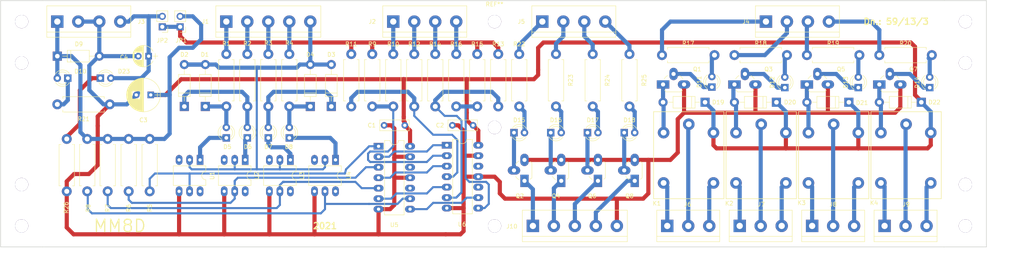
<source format=kicad_pcb>
(kicad_pcb (version 4) (host pcbnew 4.0.5+dfsg1-4)
  (title_block (title "MM8D Central controlling device") (date 2021-03-26) (rev 210326) (company "Pozsar Zsolt - http://www.szerafingomba.hu") (comment 3 "Interface card") (comment 4 "Draw no.: 59/13/3"))
  (layers (0 F.Cu signal) (31 B.Cu signal) (35 F.Paste user) (37 F.SilkS user) (38 B.Mask user) (39 F.Mask user) (44 Edge.Cuts user))
  (net 0 "")
  (net 1 VCC)
  (net 2 GND)
  (net 3 "Net-(C4-Pad1)")
  (net 4 "Net-(D1-Pad1)")
  (net 5 "Net-(D1-Pad2)")
  (net 6 "Net-(D2-Pad1)")
  (net 7 "Net-(D3-Pad1)")
  (net 8 "Net-(D4-Pad1)")
  (net 9 "Net-(D5-Pad1)")
  (net 10 "Net-(D6-Pad1)")
  (net 11 "Net-(D7-Pad1)")
  (net 12 "Net-(D8-Pad1)")
  (net 13 "Net-(D10-Pad1)")
  (net 14 "Net-(D11-Pad1)")
  (net 15 "Net-(D11-Pad2)")
  (net 16 "Net-(D12-Pad1)")
  (net 17 "Net-(D12-Pad2)")
  (net 18 "Net-(D13-Pad1)")
  (net 19 "Net-(D13-Pad2)")
  (net 20 "Net-(D14-Pad1)")
  (net 21 "Net-(D14-Pad2)")
  (net 22 "Net-(D15-Pad1)")
  (net 23 "Net-(D15-Pad2)")
  (net 24 "Net-(D16-Pad1)")
  (net 25 "Net-(D16-Pad2)")
  (net 26 "Net-(D17-Pad1)")
  (net 27 "Net-(D17-Pad2)")
  (net 28 "Net-(D18-Pad1)")
  (net 29 "Net-(D18-Pad2)")
  (net 30 "Net-(D19-Pad2)")
  (net 31 "Net-(D20-Pad2)")
  (net 32 "Net-(D21-Pad2)")
  (net 33 "Net-(D22-Pad2)")
  (net 34 "Net-(J1-Pad2)")
  (net 35 "Net-(J1-Pad3)")
  (net 36 "Net-(J1-Pad1)")
  (net 37 "Net-(J1-Pad4)")
  (net 38 "Net-(J2-Pad2)")
  (net 39 "Net-(J2-Pad3)")
  (net 40 "Net-(J2-Pad1)")
  (net 41 "Net-(J2-Pad4)")
  (net 42 "Net-(J4-Pad2)")
  (net 43 "Net-(J4-Pad3)")
  (net 44 "Net-(J4-Pad1)")
  (net 45 "Net-(J4-Pad4)")
  (net 46 "Net-(J5-Pad2)")
  (net 47 "Net-(J5-Pad3)")
  (net 48 "Net-(J5-Pad1)")
  (net 49 "Net-(J5-Pad4)")
  (net 50 "Net-(J6-Pad1)")
  (net 51 "Net-(J6-Pad2)")
  (net 52 "Net-(J6-Pad3)")
  (net 53 "Net-(J7-Pad1)")
  (net 54 "Net-(J7-Pad2)")
  (net 55 "Net-(J7-Pad3)")
  (net 56 "Net-(J8-Pad1)")
  (net 57 "Net-(J8-Pad2)")
  (net 58 "Net-(J8-Pad3)")
  (net 59 "Net-(J9-Pad1)")
  (net 60 "Net-(J9-Pad2)")
  (net 61 "Net-(J9-Pad3)")
  (net 62 "Net-(J10-Pad2)")
  (net 63 "Net-(J10-Pad3)")
  (net 64 "Net-(J10-Pad1)")
  (net 65 "Net-(J10-Pad4)")
  (net 66 "Net-(JP1-Pad1)")
  (net 67 "Net-(R5-Pad2)")
  (net 68 "Net-(R6-Pad2)")
  (net 69 "Net-(R7-Pad2)")
  (net 70 "Net-(R8-Pad2)")
  (net 71 "Net-(R10-Pad2)")
  (net 72 "Net-(R11-Pad2)")
  (net 73 "Net-(R13-Pad2)")
  (net 74 "Net-(R15-Pad2)")
  (net 75 "Net-(U1-Pad6)")
  (net 76 "Net-(U2-Pad6)")
  (net 77 "Net-(U3-Pad6)")
  (net 78 "Net-(U4-Pad6)")
  (net 79 "Net-(U5-Pad8)")
  (net 80 "Net-(U5-Pad2)")
  (net 81 "Net-(U5-Pad10)")
  (net 82 "Net-(U5-Pad4)")
  (net 83 "Net-(U5-Pad12)")
  (net 84 "Net-(U5-Pad6)")
  (net 85 "Net-(U6-Pad10)")
  (net 86 "Net-(U6-Pad12)")
  (net 87 "Net-(D23-Pad1)")
  (module Capacitors_THT:C_Rect_L7.0mm_W2.5mm_P5.00mm (layer F.Cu) (at 124.714 98.044 180)
    (fp_text reference C1 (at 8.001 0 180) (layer F.SilkS))
    (fp_text value 100n)
    (pad 1 thru_hole circle (at 0 0 180) (size 1.6 1.6) (drill 0.8) (layers *.Cu *.Mask) (net 1 VCC))
    (pad 2 thru_hole circle (at 5 0 180) (size 1.6 1.6) (drill 0.8) (layers *.Cu *.Mask) (net 2 GND))
  )
  (module Capacitors_THT:C_Rect_L7.0mm_W2.5mm_P5.00mm (layer F.Cu) (at 141.224 98.044 180)
    (fp_text reference C2 (at 8.001 0 180) (layer F.SilkS))
    (fp_text value 100n)
    (pad 1 thru_hole circle (at 0 0 180) (size 1.6 1.6) (drill 0.8) (layers *.Cu *.Mask) (net 1 VCC))
    (pad 2 thru_hole circle (at 5 0 180) (size 1.6 1.6) (drill 0.8) (layers *.Cu *.Mask) (net 2 GND))
  )
  (module Capacitors_THT:CP_Radial_D8.0mm_P3.50mm (layer F.Cu) (at 63.246 90.678 180)
    (fp_text reference C3 (at 1.778 -6.096 180) (layer F.SilkS))
    (fp_text value 470u)
    (pad 1 thru_hole rect (at 0 0 180) (size 1.6 1.6) (drill 0.8) (layers *.Cu *.Mask) (net 1 VCC))
    (pad 2 thru_hole circle (at 3.5 0 180) (size 1.6 1.6) (drill 0.8) (layers *.Cu *.Mask) (net 2 GND))
  )
  (module Diodes_THT:D_DO-41_SOD81_P10.16mm_Horizontal (layer F.Cu) (at 76.454 93.472 90)
    (fp_text reference D1 (at 12.573 -0.127 180) (layer F.SilkS))
    (fp_text value 1N4001)
    (pad 1 thru_hole rect (at 0 0 90) (size 2.2 2.2) (drill 1.1) (layers *.Cu *.Mask) (net 4 "Net-(D1-Pad1)"))
    (pad 2 thru_hole oval (at 10.16 0 90) (size 2.2 2.2) (drill 1.1) (layers *.Cu *.Mask) (net 5 "Net-(D1-Pad2)"))
  )
  (module LEDs:LED_D3.0mm (layer F.Cu) (at 81.534 101.092 90)
    (fp_text reference D5 (at -2.159 0.254 180) (layer F.SilkS))
    (fp_text value LED)
    (pad 1 thru_hole rect (at 0 0 90) (size 1.8 1.8) (drill 0.9) (layers *.Cu *.Mask) (net 9 "Net-(D5-Pad1)"))
    (pad 2 thru_hole circle (at 2.54 0 90) (size 1.8 1.8) (drill 0.9) (layers *.Cu *.Mask) (net 4 "Net-(D1-Pad1)"))
  )
  (module LEDs:LED_D3.0mm (layer F.Cu) (at 86.614 101.092 90)
    (fp_text reference D6 (at -2.159 0.127 180) (layer F.SilkS))
    (fp_text value LED)
    (pad 1 thru_hole rect (at 0 0 90) (size 1.8 1.8) (drill 0.9) (layers *.Cu *.Mask) (net 10 "Net-(D6-Pad1)"))
    (pad 2 thru_hole circle (at 2.54 0 90) (size 1.8 1.8) (drill 0.9) (layers *.Cu *.Mask) (net 6 "Net-(D2-Pad1)"))
  )
  (module LEDs:LED_D3.0mm (layer F.Cu) (at 91.694 101.092 90)
    (fp_text reference D7 (at -2.159 0 180) (layer F.SilkS))
    (fp_text value LED)
    (pad 1 thru_hole rect (at 0 0 90) (size 1.8 1.8) (drill 0.9) (layers *.Cu *.Mask) (net 11 "Net-(D7-Pad1)"))
    (pad 2 thru_hole circle (at 2.54 0 90) (size 1.8 1.8) (drill 0.9) (layers *.Cu *.Mask) (net 7 "Net-(D3-Pad1)"))
  )
  (module LEDs:LED_D3.0mm (layer F.Cu) (at 96.774 101.092 90)
    (fp_text reference D8 (at -2.159 -0.127 180) (layer F.SilkS))
    (fp_text value LED)
    (pad 1 thru_hole rect (at 0 0 90) (size 1.8 1.8) (drill 0.9) (layers *.Cu *.Mask) (net 12 "Net-(D8-Pad1)"))
    (pad 2 thru_hole circle (at 2.54 0 90) (size 1.8 1.8) (drill 0.9) (layers *.Cu *.Mask) (net 8 "Net-(D4-Pad1)"))
  )
  (module LEDs:LED_D3.0mm (layer F.Cu) (at 199.009 88.773 90)
    (fp_text reference D11 (at 1.27 -3.048 90) (layer F.SilkS))
    (fp_text value LED)
    (pad 1 thru_hole rect (at 0 0 90) (size 1.8 1.8) (drill 0.9) (layers *.Cu *.Mask) (net 14 "Net-(D11-Pad1)"))
    (pad 2 thru_hole circle (at 2.54 0 90) (size 1.8 1.8) (drill 0.9) (layers *.Cu *.Mask) (net 15 "Net-(D11-Pad2)"))
  )
  (module LEDs:LED_D3.0mm (layer F.Cu) (at 216.662 88.9 90)
    (fp_text reference D12 (at 1.27 -3.048 90) (layer F.SilkS))
    (fp_text value LED)
    (pad 1 thru_hole rect (at 0 0 90) (size 1.8 1.8) (drill 0.9) (layers *.Cu *.Mask) (net 16 "Net-(D12-Pad1)"))
    (pad 2 thru_hole circle (at 2.54 0 90) (size 1.8 1.8) (drill 0.9) (layers *.Cu *.Mask) (net 17 "Net-(D12-Pad2)"))
  )
  (module LEDs:LED_D3.0mm (layer F.Cu) (at 234.442 88.9 90)
    (fp_text reference D13 (at 1.27 -3.048 90) (layer F.SilkS))
    (fp_text value LED)
    (pad 1 thru_hole rect (at 0 0 90) (size 1.8 1.8) (drill 0.9) (layers *.Cu *.Mask) (net 18 "Net-(D13-Pad1)"))
    (pad 2 thru_hole circle (at 2.54 0 90) (size 1.8 1.8) (drill 0.9) (layers *.Cu *.Mask) (net 19 "Net-(D13-Pad2)"))
  )
  (module LEDs:LED_D3.0mm (layer F.Cu) (at 251.714 88.9 90)
    (fp_text reference D14 (at 1.27 -3.048 90) (layer F.SilkS))
    (fp_text value LED)
    (pad 1 thru_hole rect (at 0 0 90) (size 1.8 1.8) (drill 0.9) (layers *.Cu *.Mask) (net 20 "Net-(D14-Pad1)"))
    (pad 2 thru_hole circle (at 2.54 0 90) (size 1.8 1.8) (drill 0.9) (layers *.Cu *.Mask) (net 21 "Net-(D14-Pad2)"))
  )
  (module Diodes_THT:D_DO-41_SOD81_P10.16mm_Horizontal (layer F.Cu) (at 197.358 92.456 180)
    (fp_text reference D19 (at -3.175 0 180) (layer F.SilkS))
    (fp_text value 1N4001)
    (pad 1 thru_hole rect (at 0 0 180) (size 2.2 2.2) (drill 1.1) (layers *.Cu *.Mask) (net 1 VCC))
    (pad 2 thru_hole oval (at 10.16 0 180) (size 2.2 2.2) (drill 1.1) (layers *.Cu *.Mask) (net 30 "Net-(D19-Pad2)"))
  )
  (module Connectors:bornier5 (layer F.Cu) (at 81.534 72.898)
    (fp_text reference J1 (at -5.08 0) (layer F.SilkS))
    (fp_text value Screw_Terminal_1x05)
    (pad 2 thru_hole circle (at 5.08 0) (size 3 3) (drill 1.52) (layers *.Cu *.Mask) (net 34 "Net-(J1-Pad2)"))
    (pad 3 thru_hole circle (at 10.16 0) (size 3 3) (drill 1.52) (layers *.Cu *.Mask) (net 35 "Net-(J1-Pad3)"))
    (pad 1 thru_hole rect (at 0 0) (size 3 3) (drill 1.52) (layers *.Cu *.Mask) (net 36 "Net-(J1-Pad1)"))
    (pad 4 thru_hole circle (at 15.24 0) (size 3 3) (drill 1.52) (layers *.Cu *.Mask) (net 37 "Net-(J1-Pad4)"))
    (pad 5 thru_hole circle (at 20.32 0) (size 3 3) (drill 1.52) (layers *.Cu *.Mask) (net 5 "Net-(D1-Pad2)"))
  )
  (module Connectors:bornier4 (layer F.Cu) (at 121.92 72.898)
    (fp_text reference J2 (at -5.08 0) (layer F.SilkS))
    (fp_text value Screw_Terminal_1x04)
    (pad 2 thru_hole circle (at 5.08 0) (size 3 3) (drill 1.52) (layers *.Cu *.Mask) (net 38 "Net-(J2-Pad2)"))
    (pad 3 thru_hole circle (at 10.16 0) (size 3 3) (drill 1.52) (layers *.Cu *.Mask) (net 39 "Net-(J2-Pad3)"))
    (pad 1 thru_hole rect (at 0 0) (size 3 3) (drill 1.52) (layers *.Cu *.Mask) (net 40 "Net-(J2-Pad1)"))
    (pad 4 thru_hole circle (at 15.24 0) (size 3 3) (drill 1.52) (layers *.Cu *.Mask) (net 41 "Net-(J2-Pad4)"))
  )
  (module Connectors:bornier4 (layer F.Cu) (at 40.64 72.898)
    (fp_text reference J3 (at 20.32 0) (layer F.SilkS))
    (fp_text value Screw_Terminal_1x04)
    (pad 2 thru_hole circle (at 5.08 0) (size 3 3) (drill 1.52) (layers *.Cu *.Mask) (net 2 GND))
    (pad 3 thru_hole circle (at 10.16 0) (size 3 3) (drill 1.52) (layers *.Cu *.Mask) (net 2 GND))
    (pad 1 thru_hole rect (at 0 0) (size 3 3) (drill 1.52) (layers *.Cu *.Mask) (net 1 VCC))
    (pad 4 thru_hole circle (at 15.24 0) (size 3 3) (drill 1.52) (layers *.Cu *.Mask) (net 3 "Net-(C4-Pad1)"))
  )
  (module Connectors:bornier4 (layer F.Cu) (at 212.09 72.898)
    (fp_text reference J4 (at -4.826 0) (layer F.SilkS))
    (fp_text value Screw_Terminal_1x04)
    (pad 2 thru_hole circle (at 5.08 0) (size 3 3) (drill 1.52) (layers *.Cu *.Mask) (net 42 "Net-(J4-Pad2)"))
    (pad 3 thru_hole circle (at 10.16 0) (size 3 3) (drill 1.52) (layers *.Cu *.Mask) (net 43 "Net-(J4-Pad3)"))
    (pad 1 thru_hole rect (at 0 0) (size 3 3) (drill 1.52) (layers *.Cu *.Mask) (net 44 "Net-(J4-Pad1)"))
    (pad 4 thru_hole circle (at 15.24 0) (size 3 3) (drill 1.52) (layers *.Cu *.Mask) (net 45 "Net-(J4-Pad4)"))
  )
  (module Connectors:bornier4 (layer F.Cu) (at 157.988 72.898)
    (fp_text reference J5 (at -5.08 0) (layer F.SilkS))
    (fp_text value Screw_Terminal_1x04)
    (pad 2 thru_hole circle (at 5.08 0) (size 3 3) (drill 1.52) (layers *.Cu *.Mask) (net 46 "Net-(J5-Pad2)"))
    (pad 3 thru_hole circle (at 10.16 0) (size 3 3) (drill 1.52) (layers *.Cu *.Mask) (net 47 "Net-(J5-Pad3)"))
    (pad 1 thru_hole rect (at 0 0) (size 3 3) (drill 1.52) (layers *.Cu *.Mask) (net 48 "Net-(J5-Pad1)"))
    (pad 4 thru_hole circle (at 15.24 0) (size 3 3) (drill 1.52) (layers *.Cu *.Mask) (net 49 "Net-(J5-Pad4)"))
  )
  (module Connectors:bornier3 (layer F.Cu) (at 188.214 122.428)
    (fp_text reference J6 (at 4.953 -5.207) (layer F.SilkS))
    (fp_text value Screw_Terminal_1x03)
    (pad 1 thru_hole rect (at 0 0) (size 3 3) (drill 1.52) (layers *.Cu *.Mask) (net 50 "Net-(J6-Pad1)"))
    (pad 2 thru_hole circle (at 5.08 0) (size 3 3) (drill 1.52) (layers *.Cu *.Mask) (net 51 "Net-(J6-Pad2)"))
    (pad 3 thru_hole circle (at 10.16 0) (size 3 3) (drill 1.52) (layers *.Cu *.Mask) (net 52 "Net-(J6-Pad3)"))
  )
  (module Connectors:bornier3 (layer F.Cu) (at 205.74 122.428)
    (fp_text reference J7 (at 5.207 -5.207) (layer F.SilkS))
    (fp_text value Screw_Terminal_1x03)
    (pad 1 thru_hole rect (at 0 0) (size 3 3) (drill 1.52) (layers *.Cu *.Mask) (net 53 "Net-(J7-Pad1)"))
    (pad 2 thru_hole circle (at 5.08 0) (size 3 3) (drill 1.52) (layers *.Cu *.Mask) (net 54 "Net-(J7-Pad2)"))
    (pad 3 thru_hole circle (at 10.16 0) (size 3 3) (drill 1.52) (layers *.Cu *.Mask) (net 55 "Net-(J7-Pad3)"))
  )
  (module Connectors:bornier3 (layer F.Cu) (at 223.266 122.428)
    (fp_text reference J8 (at 5.08 -5.207) (layer F.SilkS))
    (fp_text value Screw_Terminal_1x03)
    (pad 1 thru_hole rect (at 0 0) (size 3 3) (drill 1.52) (layers *.Cu *.Mask) (net 56 "Net-(J8-Pad1)"))
    (pad 2 thru_hole circle (at 5.08 0) (size 3 3) (drill 1.52) (layers *.Cu *.Mask) (net 57 "Net-(J8-Pad2)"))
    (pad 3 thru_hole circle (at 10.16 0) (size 3 3) (drill 1.52) (layers *.Cu *.Mask) (net 58 "Net-(J8-Pad3)"))
  )
  (module Connectors:bornier3 (layer F.Cu) (at 240.792 122.428)
    (fp_text reference J9 (at 5.207 -5.207) (layer F.SilkS))
    (fp_text value Screw_Terminal_1x03)
    (pad 1 thru_hole rect (at 0 0) (size 3 3) (drill 1.52) (layers *.Cu *.Mask) (net 59 "Net-(J9-Pad1)"))
    (pad 2 thru_hole circle (at 5.08 0) (size 3 3) (drill 1.52) (layers *.Cu *.Mask) (net 60 "Net-(J9-Pad2)"))
    (pad 3 thru_hole circle (at 10.16 0) (size 3 3) (drill 1.52) (layers *.Cu *.Mask) (net 61 "Net-(J9-Pad3)"))
  )
  (module Connectors:bornier5 (layer F.Cu) (at 155.702 122.428)
    (fp_text reference J10 (at -5.08 0.127) (layer F.SilkS))
    (fp_text value Screw_Terminal_1x05)
    (pad 2 thru_hole circle (at 5.08 0) (size 3 3) (drill 1.52) (layers *.Cu *.Mask) (net 62 "Net-(J10-Pad2)"))
    (pad 3 thru_hole circle (at 10.16 0) (size 3 3) (drill 1.52) (layers *.Cu *.Mask) (net 63 "Net-(J10-Pad3)"))
    (pad 1 thru_hole rect (at 0 0) (size 3 3) (drill 1.52) (layers *.Cu *.Mask) (net 64 "Net-(J10-Pad1)"))
    (pad 4 thru_hole circle (at 15.24 0) (size 3 3) (drill 1.52) (layers *.Cu *.Mask) (net 65 "Net-(J10-Pad4)"))
    (pad 5 thru_hole circle (at 20.32 0) (size 3 3) (drill 1.52) (layers *.Cu *.Mask) (net 2 GND))
  )
  (module Socket_Strips:Socket_Strip_Straight_1x02_Pitch2.54mm (layer F.Cu) (at 70.358 74.168 180)
    (fp_text reference JP1 (at -0.254 -3.302 180) (layer F.SilkS))
    (fp_text value Jumper_NC_Small)
    (pad 1 thru_hole rect (at 0 0 180) (size 1.7 1.7) (drill 1) (layers *.Cu *.Mask) (net 66 "Net-(JP1-Pad1)"))
    (pad 2 thru_hole oval (at 0 2.54 180) (size 1.7 1.7) (drill 1) (layers *.Cu *.Mask) (net 1 VCC))
  )
  (module Socket_Strips:Socket_Strip_Straight_1x02_Pitch2.54mm (layer F.Cu) (at 66.04 74.168 180)
    (fp_text reference JP2 (at 0 -3.302 180) (layer F.SilkS))
    (fp_text value Jumper_NO_Small)
    (pad 1 thru_hole rect (at 0 0 180) (size 1.7 1.7) (drill 1) (layers *.Cu *.Mask) (net 66 "Net-(JP1-Pad1)"))
    (pad 2 thru_hole oval (at 0 2.54 180) (size 1.7 1.7) (drill 1) (layers *.Cu *.Mask) (net 3 "Net-(C4-Pad1)"))
  )
  (module relay_lg:relay_leg (layer F.Cu) (at 193.294 105.918 270)
    (fp_text reference K1 (at 11.049 7.62 360) (layer F.SilkS))
    (fp_text value LEG-5)
    (pad 3 thru_hole circle (at -8.128 -0.127 270) (size 2.8 2.8) (drill 1.4) (layers *.Cu *.Mask) (net 51 "Net-(J6-Pad2)"))
    (pad 5 thru_hole circle (at 6.096 5.969 270) (size 2.8 2.8) (drill 1.4) (layers *.Cu *.Mask) (net 50 "Net-(J6-Pad1)"))
    (pad 2 thru_hole circle (at -6.096 5.969 270) (size 2.8 2.8) (drill 1.4) (layers *.Cu *.Mask) (net 30 "Net-(D19-Pad2)"))
    (pad 4 thru_hole circle (at 6.096 -6.096 270) (size 2.8 2.8) (drill 1.4) (layers *.Cu *.Mask) (net 52 "Net-(J6-Pad3)"))
    (pad 1 thru_hole circle (at -6.096 -6.096 270) (size 2.8 2.8) (drill 1.4) (layers *.Cu *.Mask) (net 1 VCC))
  )
  (module relay_lg:relay_leg (layer F.Cu) (at 210.82 105.918 270)
    (fp_text reference K2 (at 11.049 7.62 360) (layer F.SilkS))
    (fp_text value LEG-5)
    (pad 3 thru_hole circle (at -8.128 -0.127 270) (size 2.8 2.8) (drill 1.4) (layers *.Cu *.Mask) (net 54 "Net-(J7-Pad2)"))
    (pad 5 thru_hole circle (at 6.096 5.969 270) (size 2.8 2.8) (drill 1.4) (layers *.Cu *.Mask) (net 53 "Net-(J7-Pad1)"))
    (pad 2 thru_hole circle (at -6.096 5.969 270) (size 2.8 2.8) (drill 1.4) (layers *.Cu *.Mask) (net 31 "Net-(D20-Pad2)"))
    (pad 4 thru_hole circle (at 6.096 -6.096 270) (size 2.8 2.8) (drill 1.4) (layers *.Cu *.Mask) (net 55 "Net-(J7-Pad3)"))
    (pad 1 thru_hole circle (at -6.096 -6.096 270) (size 2.8 2.8) (drill 1.4) (layers *.Cu *.Mask) (net 1 VCC))
  )
  (module relay_lg:relay_leg (layer F.Cu) (at 228.346 105.918 270)
    (fp_text reference K3 (at 10.922 7.62 360) (layer F.SilkS))
    (fp_text value LEG-5)
    (pad 3 thru_hole circle (at -8.128 -0.127 270) (size 2.8 2.8) (drill 1.4) (layers *.Cu *.Mask) (net 57 "Net-(J8-Pad2)"))
    (pad 5 thru_hole circle (at 6.096 5.969 270) (size 2.8 2.8) (drill 1.4) (layers *.Cu *.Mask) (net 56 "Net-(J8-Pad1)"))
    (pad 2 thru_hole circle (at -6.096 5.969 270) (size 2.8 2.8) (drill 1.4) (layers *.Cu *.Mask) (net 32 "Net-(D21-Pad2)"))
    (pad 4 thru_hole circle (at 6.096 -6.096 270) (size 2.8 2.8) (drill 1.4) (layers *.Cu *.Mask) (net 58 "Net-(J8-Pad3)"))
    (pad 1 thru_hole circle (at -6.096 -6.096 270) (size 2.8 2.8) (drill 1.4) (layers *.Cu *.Mask) (net 1 VCC))
  )
  (module relay_lg:relay_leg (layer F.Cu) (at 245.872 105.918 270)
    (fp_text reference K4 (at 10.922 7.62 360) (layer F.SilkS))
    (fp_text value LEG-5)
    (pad 3 thru_hole circle (at -8.128 -0.127 270) (size 2.8 2.8) (drill 1.4) (layers *.Cu *.Mask) (net 60 "Net-(J9-Pad2)"))
    (pad 5 thru_hole circle (at 6.096 5.969 270) (size 2.8 2.8) (drill 1.4) (layers *.Cu *.Mask) (net 59 "Net-(J9-Pad1)"))
    (pad 2 thru_hole circle (at -6.096 5.969 270) (size 2.8 2.8) (drill 1.4) (layers *.Cu *.Mask) (net 33 "Net-(D22-Pad2)"))
    (pad 4 thru_hole circle (at 6.096 -6.096 270) (size 2.8 2.8) (drill 1.4) (layers *.Cu *.Mask) (net 61 "Net-(J9-Pad3)"))
    (pad 1 thru_hole circle (at -6.096 -6.096 270) (size 2.8 2.8) (drill 1.4) (layers *.Cu *.Mask) (net 1 VCC))
  )
  (module TO_SOT_Packages_THT:TO-92_Rugged (layer F.Cu) (at 187.198 88.138)
    (fp_text reference Q1 (at 8.255 -3.683) (layer F.SilkS))
    (fp_text value BC548C)
    (pad 2 thru_hole oval (at 2.54 -2.54 90) (size 3 2) (drill 1) (layers *.Cu *.Mask) (net 14 "Net-(D11-Pad1)"))
    (pad 1 thru_hole rect (at 0 0 90) (size 2 3) (drill 1) (layers *.Cu *.Mask) (net 30 "Net-(D19-Pad2)"))
    (pad 3 thru_hole oval (at 5.08 0 90) (size 2 3) (drill 1) (layers *.Cu *.Mask) (net 2 GND))
  )
  (module TO_SOT_Packages_THT:TO-92_Rugged (layer F.Cu) (at 204.47 88.138)
    (fp_text reference Q3 (at 8.255 -3.683) (layer F.SilkS))
    (fp_text value BC548C)
    (pad 2 thru_hole oval (at 2.54 -2.54 90) (size 3 2) (drill 1) (layers *.Cu *.Mask) (net 16 "Net-(D12-Pad1)"))
    (pad 1 thru_hole rect (at 0 0 90) (size 2 3) (drill 1) (layers *.Cu *.Mask) (net 31 "Net-(D20-Pad2)"))
    (pad 3 thru_hole oval (at 5.08 0 90) (size 2 3) (drill 1) (layers *.Cu *.Mask) (net 2 GND))
  )
  (module TO_SOT_Packages_THT:TO-92_Rugged (layer F.Cu) (at 221.996 88.138)
    (fp_text reference Q5 (at 8.255 -3.683) (layer F.SilkS))
    (fp_text value BC548C)
    (pad 2 thru_hole oval (at 2.54 -2.54 90) (size 3 2) (drill 1) (layers *.Cu *.Mask) (net 18 "Net-(D13-Pad1)"))
    (pad 1 thru_hole rect (at 0 0 90) (size 2 3) (drill 1) (layers *.Cu *.Mask) (net 32 "Net-(D21-Pad2)"))
    (pad 3 thru_hole oval (at 5.08 0 90) (size 2 3) (drill 1) (layers *.Cu *.Mask) (net 2 GND))
  )
  (module TO_SOT_Packages_THT:TO-92_Rugged (layer F.Cu) (at 239.522 88.138)
    (fp_text reference Q7 (at 8.255 -3.683) (layer F.SilkS))
    (fp_text value BC548C)
    (pad 2 thru_hole oval (at 2.54 -2.54 90) (size 3 2) (drill 1) (layers *.Cu *.Mask) (net 20 "Net-(D14-Pad1)"))
    (pad 1 thru_hole rect (at 0 0 90) (size 2 3) (drill 1) (layers *.Cu *.Mask) (net 33 "Net-(D22-Pad2)"))
    (pad 3 thru_hole oval (at 5.08 0 90) (size 2 3) (drill 1) (layers *.Cu *.Mask) (net 2 GND))
  )
  (module Resistors_THT:R_Axial_DIN0411_L9.9mm_D3.6mm_P12.70mm_Horizontal (layer F.Cu) (at 81.534 93.472 90)
    (fp_text reference R1 (at 15.24 0 180) (layer F.SilkS))
    (fp_text value 9.1k)
    (pad 1 thru_hole circle (at 0 0 90) (size 2.4 2.4) (drill 1.2) (layers *.Cu *.Mask) (net 4 "Net-(D1-Pad1)"))
    (pad 2 thru_hole oval (at 12.7 0 90) (size 2.4 2.4) (drill 1.2) (layers *.Cu *.Mask) (net 36 "Net-(J1-Pad1)"))
  )
  (module Resistors_THT:R_Axial_DIN0411_L9.9mm_D3.6mm_P12.70mm_Horizontal (layer F.Cu) (at 62.992 101.346 270)
    (fp_text reference R5 (at 16.764 0 270) (layer F.SilkS))
    (fp_text value 4.7k)
    (pad 1 thru_hole circle (at 0 0 270) (size 2.4 2.4) (drill 1.2) (layers *.Cu *.Mask) (net 1 VCC))
    (pad 2 thru_hole oval (at 12.7 0 270) (size 2.4 2.4) (drill 1.2) (layers *.Cu *.Mask) (net 67 "Net-(R5-Pad2)"))
  )
  (module Resistors_THT:R_Axial_DIN0411_L9.9mm_D3.6mm_P12.70mm_Horizontal (layer F.Cu) (at 57.912 101.346 270)
    (fp_text reference R6 (at 16.764 0 270) (layer F.SilkS))
    (fp_text value 4.7k)
    (pad 1 thru_hole circle (at 0 0 270) (size 2.4 2.4) (drill 1.2) (layers *.Cu *.Mask) (net 1 VCC))
    (pad 2 thru_hole oval (at 12.7 0 270) (size 2.4 2.4) (drill 1.2) (layers *.Cu *.Mask) (net 68 "Net-(R6-Pad2)"))
  )
  (module Resistors_THT:R_Axial_DIN0411_L9.9mm_D3.6mm_P12.70mm_Horizontal (layer F.Cu) (at 52.832 101.346 270)
    (fp_text reference R7 (at 16.764 0 270) (layer F.SilkS))
    (fp_text value 4.7k)
    (pad 1 thru_hole circle (at 0 0 270) (size 2.4 2.4) (drill 1.2) (layers *.Cu *.Mask) (net 1 VCC))
    (pad 2 thru_hole oval (at 12.7 0 270) (size 2.4 2.4) (drill 1.2) (layers *.Cu *.Mask) (net 69 "Net-(R7-Pad2)"))
  )
  (module Resistors_THT:R_Axial_DIN0411_L9.9mm_D3.6mm_P12.70mm_Horizontal (layer F.Cu) (at 47.879 101.346 270)
    (fp_text reference R8 (at 16.764 -0.254 270) (layer F.SilkS))
    (fp_text value 4.7k)
    (pad 1 thru_hole circle (at 0 0 270) (size 2.4 2.4) (drill 1.2) (layers *.Cu *.Mask) (net 1 VCC))
    (pad 2 thru_hole oval (at 12.7 0 270) (size 2.4 2.4) (drill 1.2) (layers *.Cu *.Mask) (net 70 "Net-(R8-Pad2)"))
  )
  (module Resistors_THT:R_Axial_DIN0411_L9.9mm_D3.6mm_P12.70mm_Horizontal (layer F.Cu) (at 186.944 81.026)
    (fp_text reference R17 (at 6.35 -2.86) (layer F.SilkS))
    (fp_text value 620)
    (pad 1 thru_hole circle (at 0 0) (size 2.4 2.4) (drill 1.2) (layers *.Cu *.Mask) (net 44 "Net-(J4-Pad1)"))
    (pad 2 thru_hole oval (at 12.7 0) (size 2.4 2.4) (drill 1.2) (layers *.Cu *.Mask) (net 15 "Net-(D11-Pad2)"))
  )
  (module Housings_DIP:DIP-6_W7.62mm_LongPads (layer F.Cu) (at 75.184 106.426 270)
    (fp_text reference U1 (at 3.81 -2.921 270) (layer F.SilkS))
    (fp_text value 4N25)
    (pad 1 thru_hole rect (at 0 0 270) (size 2.4 1.6) (drill 0.8) (layers *.Cu *.Mask) (net 9 "Net-(D5-Pad1)"))
    (pad 4 thru_hole oval (at 7.62 5.08 270) (size 2.4 1.6) (drill 0.8) (layers *.Cu *.Mask) (net 2 GND))
    (pad 2 thru_hole oval (at 0 2.54 270) (size 2.4 1.6) (drill 0.8) (layers *.Cu *.Mask) (net 5 "Net-(D1-Pad2)"))
    (pad 5 thru_hole oval (at 7.62 2.54 270) (size 2.4 1.6) (drill 0.8) (layers *.Cu *.Mask) (net 67 "Net-(R5-Pad2)"))
    (pad 3 thru_hole oval (at 0 5.08 270) (size 2.4 1.6) (drill 0.8) (layers *.Cu *.Mask))
    (pad 6 thru_hole oval (at 7.62 0 270) (size 2.4 1.6) (drill 0.8) (layers *.Cu *.Mask) (net 75 "Net-(U1-Pad6)"))
  )
  (module Housings_DIP:DIP-6_W7.62mm_LongPads (layer F.Cu) (at 86.106 106.426 270)
    (fp_text reference U2 (at 3.81 -2.794 270) (layer F.SilkS))
    (fp_text value 4N25)
    (pad 1 thru_hole rect (at 0 0 270) (size 2.4 1.6) (drill 0.8) (layers *.Cu *.Mask) (net 10 "Net-(D6-Pad1)"))
    (pad 4 thru_hole oval (at 7.62 5.08 270) (size 2.4 1.6) (drill 0.8) (layers *.Cu *.Mask) (net 2 GND))
    (pad 2 thru_hole oval (at 0 2.54 270) (size 2.4 1.6) (drill 0.8) (layers *.Cu *.Mask) (net 5 "Net-(D1-Pad2)"))
    (pad 5 thru_hole oval (at 7.62 2.54 270) (size 2.4 1.6) (drill 0.8) (layers *.Cu *.Mask) (net 68 "Net-(R6-Pad2)"))
    (pad 3 thru_hole oval (at 0 5.08 270) (size 2.4 1.6) (drill 0.8) (layers *.Cu *.Mask))
    (pad 6 thru_hole oval (at 7.62 0 270) (size 2.4 1.6) (drill 0.8) (layers *.Cu *.Mask) (net 76 "Net-(U2-Pad6)"))
  )
  (module Housings_DIP:DIP-6_W7.62mm_LongPads (layer F.Cu) (at 97.028 106.426 270)
    (fp_text reference U3 (at 3.81 -2.794 270) (layer F.SilkS))
    (fp_text value 4N25)
    (pad 1 thru_hole rect (at 0 0 270) (size 2.4 1.6) (drill 0.8) (layers *.Cu *.Mask) (net 11 "Net-(D7-Pad1)"))
    (pad 4 thru_hole oval (at 7.62 5.08 270) (size 2.4 1.6) (drill 0.8) (layers *.Cu *.Mask) (net 2 GND))
    (pad 2 thru_hole oval (at 0 2.54 270) (size 2.4 1.6) (drill 0.8) (layers *.Cu *.Mask) (net 5 "Net-(D1-Pad2)"))
    (pad 5 thru_hole oval (at 7.62 2.54 270) (size 2.4 1.6) (drill 0.8) (layers *.Cu *.Mask) (net 69 "Net-(R7-Pad2)"))
    (pad 3 thru_hole oval (at 0 5.08 270) (size 2.4 1.6) (drill 0.8) (layers *.Cu *.Mask))
    (pad 6 thru_hole oval (at 7.62 0 270) (size 2.4 1.6) (drill 0.8) (layers *.Cu *.Mask) (net 77 "Net-(U3-Pad6)"))
  )
  (module Housings_DIP:DIP-6_W7.62mm_LongPads (layer F.Cu) (at 107.95 106.426 270)
    (fp_text reference U4 (at 3.81 -3.175 270) (layer F.SilkS))
    (fp_text value 4N25)
    (pad 1 thru_hole rect (at 0 0 270) (size 2.4 1.6) (drill 0.8) (layers *.Cu *.Mask) (net 12 "Net-(D8-Pad1)"))
    (pad 4 thru_hole oval (at 7.62 5.08 270) (size 2.4 1.6) (drill 0.8) (layers *.Cu *.Mask) (net 2 GND))
    (pad 2 thru_hole oval (at 0 2.54 270) (size 2.4 1.6) (drill 0.8) (layers *.Cu *.Mask) (net 5 "Net-(D1-Pad2)"))
    (pad 5 thru_hole oval (at 7.62 2.54 270) (size 2.4 1.6) (drill 0.8) (layers *.Cu *.Mask) (net 70 "Net-(R8-Pad2)"))
    (pad 3 thru_hole oval (at 0 5.08 270) (size 2.4 1.6) (drill 0.8) (layers *.Cu *.Mask))
    (pad 6 thru_hole oval (at 7.62 0 270) (size 2.4 1.6) (drill 0.8) (layers *.Cu *.Mask) (net 78 "Net-(U4-Pad6)"))
  )
  (module Housings_DIP:DIP-14_W7.62mm_LongPads (layer F.Cu) (at 118.364 103.124)
    (fp_text reference U5 (at 3.81 19.05) (layer F.SilkS))
    (fp_text value 74LS14)
    (pad 1 thru_hole rect (at 0 0) (size 2.4 1.6) (drill 0.8) (layers *.Cu *.Mask) (net 67 "Net-(R5-Pad2)"))
    (pad 8 thru_hole oval (at 7.62 15.24) (size 2.4 1.6) (drill 0.8) (layers *.Cu *.Mask) (net 79 "Net-(U5-Pad8)"))
    (pad 2 thru_hole oval (at 0 2.54) (size 2.4 1.6) (drill 0.8) (layers *.Cu *.Mask) (net 80 "Net-(U5-Pad2)"))
    (pad 9 thru_hole oval (at 7.62 12.7) (size 2.4 1.6) (drill 0.8) (layers *.Cu *.Mask) (net 70 "Net-(R8-Pad2)"))
    (pad 3 thru_hole oval (at 0 5.08) (size 2.4 1.6) (drill 0.8) (layers *.Cu *.Mask) (net 68 "Net-(R6-Pad2)"))
    (pad 10 thru_hole oval (at 7.62 10.16) (size 2.4 1.6) (drill 0.8) (layers *.Cu *.Mask) (net 81 "Net-(U5-Pad10)"))
    (pad 4 thru_hole oval (at 0 7.62) (size 2.4 1.6) (drill 0.8) (layers *.Cu *.Mask) (net 82 "Net-(U5-Pad4)"))
    (pad 11 thru_hole oval (at 7.62 7.62) (size 2.4 1.6) (drill 0.8) (layers *.Cu *.Mask) (net 2 GND))
    (pad 5 thru_hole oval (at 0 10.16) (size 2.4 1.6) (drill 0.8) (layers *.Cu *.Mask) (net 69 "Net-(R7-Pad2)"))
    (pad 12 thru_hole oval (at 7.62 5.08) (size 2.4 1.6) (drill 0.8) (layers *.Cu *.Mask) (net 83 "Net-(U5-Pad12)"))
    (pad 6 thru_hole oval (at 0 12.7) (size 2.4 1.6) (drill 0.8) (layers *.Cu *.Mask) (net 84 "Net-(U5-Pad6)"))
    (pad 13 thru_hole oval (at 7.62 2.54) (size 2.4 1.6) (drill 0.8) (layers *.Cu *.Mask) (net 2 GND))
    (pad 7 thru_hole oval (at 0 15.24) (size 2.4 1.6) (drill 0.8) (layers *.Cu *.Mask) (net 2 GND))
    (pad 14 thru_hole oval (at 7.62 0) (size 2.4 1.6) (drill 0.8) (layers *.Cu *.Mask) (net 1 VCC))
  )
  (module Housings_DIP:DIP-14_W7.62mm_LongPads (layer F.Cu) (at 134.874 102.87)
    (fp_text reference U6 (at 3.683 19.177) (layer F.SilkS))
    (fp_text value 74LS05)
    (pad 1 thru_hole rect (at 0 0) (size 2.4 1.6) (drill 0.8) (layers *.Cu *.Mask) (net 80 "Net-(U5-Pad2)"))
    (pad 8 thru_hole oval (at 7.62 15.24) (size 2.4 1.6) (drill 0.8) (layers *.Cu *.Mask) (net 74 "Net-(R15-Pad2)"))
    (pad 2 thru_hole oval (at 0 2.54) (size 2.4 1.6) (drill 0.8) (layers *.Cu *.Mask) (net 71 "Net-(R10-Pad2)"))
    (pad 9 thru_hole oval (at 7.62 12.7) (size 2.4 1.6) (drill 0.8) (layers *.Cu *.Mask) (net 79 "Net-(U5-Pad8)"))
    (pad 3 thru_hole oval (at 0 5.08) (size 2.4 1.6) (drill 0.8) (layers *.Cu *.Mask) (net 82 "Net-(U5-Pad4)"))
    (pad 10 thru_hole oval (at 7.62 10.16) (size 2.4 1.6) (drill 0.8) (layers *.Cu *.Mask) (net 85 "Net-(U6-Pad10)"))
    (pad 4 thru_hole oval (at 0 7.62) (size 2.4 1.6) (drill 0.8) (layers *.Cu *.Mask) (net 72 "Net-(R11-Pad2)"))
    (pad 11 thru_hole oval (at 7.62 7.62) (size 2.4 1.6) (drill 0.8) (layers *.Cu *.Mask) (net 2 GND))
    (pad 5 thru_hole oval (at 0 10.16) (size 2.4 1.6) (drill 0.8) (layers *.Cu *.Mask) (net 84 "Net-(U5-Pad6)"))
    (pad 12 thru_hole oval (at 7.62 5.08) (size 2.4 1.6) (drill 0.8) (layers *.Cu *.Mask) (net 86 "Net-(U6-Pad12)"))
    (pad 6 thru_hole oval (at 0 12.7) (size 2.4 1.6) (drill 0.8) (layers *.Cu *.Mask) (net 73 "Net-(R13-Pad2)"))
    (pad 13 thru_hole oval (at 7.62 2.54) (size 2.4 1.6) (drill 0.8) (layers *.Cu *.Mask) (net 2 GND))
    (pad 7 thru_hole oval (at 0 15.24) (size 2.4 1.6) (drill 0.8) (layers *.Cu *.Mask) (net 2 GND))
    (pad 14 thru_hole oval (at 7.62 0) (size 2.4 1.6) (drill 0.8) (layers *.Cu *.Mask) (net 1 VCC))
  )
  (module LEDs:LED_D3.0mm (layer F.Cu) (at 43.18 86.614 180)
    (fp_text reference D10 (at -3.048 1.651 180) (layer F.SilkS))
    (fp_text value LED)
    (pad 1 thru_hole rect (at 0 0 180) (size 1.8 1.8) (drill 0.9) (layers *.Cu *.Mask) (net 13 "Net-(D10-Pad1)"))
    (pad 2 thru_hole circle (at 2.54 0 180) (size 1.8 1.8) (drill 0.9) (layers *.Cu *.Mask) (net 1 VCC))
  )
  (module Resistors_THT:R_Axial_DIN0411_L9.9mm_D3.6mm_P12.70mm_Horizontal (layer F.Cu) (at 137.16 80.772 270)
    (fp_text reference R16 (at -2.413 0 360) (layer F.SilkS))
    (fp_text value 750)
    (pad 1 thru_hole circle (at 0 0 270) (size 2.4 2.4) (drill 1.2) (layers *.Cu *.Mask) (net 41 "Net-(J2-Pad4)"))
    (pad 2 thru_hole oval (at 12.7 0 270) (size 2.4 2.4) (drill 1.2) (layers *.Cu *.Mask) (net 74 "Net-(R15-Pad2)"))
  )
  (module Capacitors_THT:CP_Radial_D5.0mm_P2.50mm (layer F.Cu) (at 62.738 81.28 180)
    (fp_text reference C4 (at 5.969 -0.254 180) (layer F.SilkS))
    (fp_text value 4.7u)
    (pad 1 thru_hole rect (at 0 0 180) (size 1.6 1.6) (drill 0.8) (layers *.Cu *.Mask) (net 3 "Net-(C4-Pad1)"))
    (pad 2 thru_hole circle (at 2.5 0 180) (size 1.6 1.6) (drill 0.8) (layers *.Cu *.Mask) (net 2 GND))
  )
  (module Diodes_THT:D_DO-41_SOD81_P10.16mm_Horizontal (layer F.Cu) (at 71.374 93.472 90)
    (fp_text reference D2 (at 12.573 0 180) (layer F.SilkS))
    (fp_text value 1N4001)
    (pad 1 thru_hole rect (at 0 0 90) (size 2.2 2.2) (drill 1.1) (layers *.Cu *.Mask) (net 6 "Net-(D2-Pad1)"))
    (pad 2 thru_hole oval (at 10.16 0 90) (size 2.2 2.2) (drill 1.1) (layers *.Cu *.Mask) (net 5 "Net-(D1-Pad2)"))
  )
  (module Diodes_THT:D_DO-41_SOD81_P10.16mm_Horizontal (layer F.Cu) (at 106.934 93.472 90)
    (fp_text reference D3 (at 12.573 0 180) (layer F.SilkS))
    (fp_text value 1N4001)
    (pad 1 thru_hole rect (at 0 0 90) (size 2.2 2.2) (drill 1.1) (layers *.Cu *.Mask) (net 7 "Net-(D3-Pad1)"))
    (pad 2 thru_hole oval (at 10.16 0 90) (size 2.2 2.2) (drill 1.1) (layers *.Cu *.Mask) (net 5 "Net-(D1-Pad2)"))
  )
  (module Diodes_THT:D_DO-41_SOD81_P10.16mm_Horizontal (layer F.Cu) (at 101.854 93.472 90)
    (fp_text reference D4 (at 12.573 0 180) (layer F.SilkS))
    (fp_text value 1N4001)
    (pad 1 thru_hole rect (at 0 0 90) (size 2.2 2.2) (drill 1.1) (layers *.Cu *.Mask) (net 8 "Net-(D4-Pad1)"))
    (pad 2 thru_hole oval (at 10.16 0 90) (size 2.2 2.2) (drill 1.1) (layers *.Cu *.Mask) (net 5 "Net-(D1-Pad2)"))
  )
  (module Diodes_THT:D_DO-41_SOD81_P10.16mm_Horizontal (layer F.Cu) (at 40.64 81.28)
    (fp_text reference D9 (at 5.207 -2.921) (layer F.SilkS))
    (fp_text value 1N4001)
    (pad 1 thru_hole rect (at 0 0) (size 2.2 2.2) (drill 1.1) (layers *.Cu *.Mask) (net 1 VCC))
    (pad 2 thru_hole oval (at 10.16 0) (size 2.2 2.2) (drill 1.1) (layers *.Cu *.Mask) (net 2 GND))
  )
  (module Resistors_THT:R_Axial_DIN0411_L9.9mm_D3.6mm_P12.70mm_Horizontal (layer F.Cu) (at 86.614 93.472 90)
    (fp_text reference R2 (at 15.24 0 180) (layer F.SilkS))
    (fp_text value 9.1k)
    (pad 1 thru_hole circle (at 0 0 90) (size 2.4 2.4) (drill 1.2) (layers *.Cu *.Mask) (net 6 "Net-(D2-Pad1)"))
    (pad 2 thru_hole oval (at 12.7 0 90) (size 2.4 2.4) (drill 1.2) (layers *.Cu *.Mask) (net 34 "Net-(J1-Pad2)"))
  )
  (module Resistors_THT:R_Axial_DIN0411_L9.9mm_D3.6mm_P12.70mm_Horizontal (layer F.Cu) (at 91.694 93.472 90)
    (fp_text reference R3 (at 15.367 0 180) (layer F.SilkS))
    (fp_text value 9.1k)
    (pad 1 thru_hole circle (at 0 0 90) (size 2.4 2.4) (drill 1.2) (layers *.Cu *.Mask) (net 7 "Net-(D3-Pad1)"))
    (pad 2 thru_hole oval (at 12.7 0 90) (size 2.4 2.4) (drill 1.2) (layers *.Cu *.Mask) (net 35 "Net-(J1-Pad3)"))
  )
  (module Resistors_THT:R_Axial_DIN0411_L9.9mm_D3.6mm_P12.70mm_Horizontal (layer F.Cu) (at 96.774 93.472 90)
    (fp_text reference R4 (at 15.367 0 180) (layer F.SilkS))
    (fp_text value 9.1k)
    (pad 1 thru_hole circle (at 0 0 90) (size 2.4 2.4) (drill 1.2) (layers *.Cu *.Mask) (net 8 "Net-(D4-Pad1)"))
    (pad 2 thru_hole oval (at 12.7 0 90) (size 2.4 2.4) (drill 1.2) (layers *.Cu *.Mask) (net 37 "Net-(J1-Pad4)"))
  )
  (module Resistors_THT:R_Axial_DIN0411_L9.9mm_D3.6mm_P12.70mm_Horizontal (layer F.Cu) (at 40.64 92.964)
    (fp_text reference R21 (at 6.35 3.556) (layer F.SilkS))
    (fp_text value 1k)
    (pad 1 thru_hole circle (at 0 0) (size 2.4 2.4) (drill 1.2) (layers *.Cu *.Mask) (net 13 "Net-(D10-Pad1)"))
    (pad 2 thru_hole oval (at 12.7 0) (size 2.4 2.4) (drill 1.2) (layers *.Cu *.Mask) (net 2 GND))
  )
  (module Diodes_THT:D_DO-41_SOD81_P10.16mm_Horizontal (layer F.Cu) (at 214.63 92.456 180)
    (fp_text reference D20 (at -3.302 0 180) (layer F.SilkS))
    (fp_text value 1N4001)
    (pad 1 thru_hole rect (at 0 0 180) (size 2.2 2.2) (drill 1.1) (layers *.Cu *.Mask) (net 1 VCC))
    (pad 2 thru_hole oval (at 10.16 0 180) (size 2.2 2.2) (drill 1.1) (layers *.Cu *.Mask) (net 31 "Net-(D20-Pad2)"))
  )
  (module Diodes_THT:D_DO-41_SOD81_P10.16mm_Horizontal (layer F.Cu) (at 232.156 92.456 180)
    (fp_text reference D21 (at -3.175 -0.127 180) (layer F.SilkS))
    (fp_text value 1N4001)
    (pad 1 thru_hole rect (at 0 0 180) (size 2.2 2.2) (drill 1.1) (layers *.Cu *.Mask) (net 1 VCC))
    (pad 2 thru_hole oval (at 10.16 0 180) (size 2.2 2.2) (drill 1.1) (layers *.Cu *.Mask) (net 32 "Net-(D21-Pad2)"))
  )
  (module Diodes_THT:D_DO-41_SOD81_P10.16mm_Horizontal (layer F.Cu) (at 249.682 92.456 180)
    (fp_text reference D22 (at -3.175 0 180) (layer F.SilkS))
    (fp_text value 1N4001)
    (pad 1 thru_hole rect (at 0 0 180) (size 2.2 2.2) (drill 1.1) (layers *.Cu *.Mask) (net 1 VCC))
    (pad 2 thru_hole oval (at 10.16 0 180) (size 2.2 2.2) (drill 1.1) (layers *.Cu *.Mask) (net 33 "Net-(D22-Pad2)"))
  )
  (module TO_SOT_Packages_THT:TO-92_Rugged (layer F.Cu) (at 153.67 111.506 90)
    (fp_text reference Q2 (at -3.683 -1.143 180) (layer F.SilkS))
    (fp_text value BC548C)
    (pad 2 thru_hole oval (at 2.54 -2.54 180) (size 3 2) (drill 1) (layers *.Cu *.Mask) (net 22 "Net-(D15-Pad1)"))
    (pad 1 thru_hole rect (at 0 0 180) (size 2 3) (drill 1) (layers *.Cu *.Mask) (net 64 "Net-(J10-Pad1)"))
    (pad 3 thru_hole oval (at 5.08 0 180) (size 2 3) (drill 1) (layers *.Cu *.Mask) (net 2 GND))
  )
  (module TO_SOT_Packages_THT:TO-92_Rugged (layer F.Cu) (at 162.56 111.506 90)
    (fp_text reference Q4 (at -3.683 -1.27 180) (layer F.SilkS))
    (fp_text value BC548C)
    (pad 2 thru_hole oval (at 2.54 -2.54 180) (size 3 2) (drill 1) (layers *.Cu *.Mask) (net 24 "Net-(D16-Pad1)"))
    (pad 1 thru_hole rect (at 0 0 180) (size 2 3) (drill 1) (layers *.Cu *.Mask) (net 62 "Net-(J10-Pad2)"))
    (pad 3 thru_hole oval (at 5.08 0 180) (size 2 3) (drill 1) (layers *.Cu *.Mask) (net 2 GND))
  )
  (module TO_SOT_Packages_THT:TO-92_Rugged (layer F.Cu) (at 171.45 111.506 90)
    (fp_text reference Q6 (at -3.683 -1.397 180) (layer F.SilkS))
    (fp_text value BC548C)
    (pad 2 thru_hole oval (at 2.54 -2.54 180) (size 3 2) (drill 1) (layers *.Cu *.Mask) (net 26 "Net-(D17-Pad1)"))
    (pad 1 thru_hole rect (at 0 0 180) (size 2 3) (drill 1) (layers *.Cu *.Mask) (net 63 "Net-(J10-Pad3)"))
    (pad 3 thru_hole oval (at 5.08 0 180) (size 2 3) (drill 1) (layers *.Cu *.Mask) (net 2 GND))
  )
  (module TO_SOT_Packages_THT:TO-92_Rugged (layer F.Cu) (at 180.34 111.506 90)
    (fp_text reference Q8 (at -3.683 -1.27 180) (layer F.SilkS))
    (fp_text value BC548C)
    (pad 2 thru_hole oval (at 2.54 -2.54 180) (size 3 2) (drill 1) (layers *.Cu *.Mask) (net 28 "Net-(D18-Pad1)"))
    (pad 1 thru_hole rect (at 0 0 180) (size 2 3) (drill 1) (layers *.Cu *.Mask) (net 65 "Net-(J10-Pad4)"))
    (pad 3 thru_hole oval (at 5.08 0 180) (size 2 3) (drill 1) (layers *.Cu *.Mask) (net 2 GND))
  )
  (module LEDs:LED_D3.0mm (layer F.Cu) (at 151.13 99.822)
    (fp_text reference D15 (at 1.27 -3.048) (layer F.SilkS))
    (fp_text value LED)
    (pad 1 thru_hole rect (at 0 0) (size 1.8 1.8) (drill 0.9) (layers *.Cu *.Mask) (net 22 "Net-(D15-Pad1)"))
    (pad 2 thru_hole circle (at 2.54 0) (size 1.8 1.8) (drill 0.9) (layers *.Cu *.Mask) (net 23 "Net-(D15-Pad2)"))
  )
  (module LEDs:LED_D3.0mm (layer F.Cu) (at 160.02 99.822)
    (fp_text reference D16 (at 1.27 -3.048 180) (layer F.SilkS))
    (fp_text value LED)
    (pad 1 thru_hole rect (at 0 0) (size 1.8 1.8) (drill 0.9) (layers *.Cu *.Mask) (net 24 "Net-(D16-Pad1)"))
    (pad 2 thru_hole circle (at 2.54 0) (size 1.8 1.8) (drill 0.9) (layers *.Cu *.Mask) (net 25 "Net-(D16-Pad2)"))
  )
  (module LEDs:LED_D3.0mm (layer F.Cu) (at 168.91 99.822)
    (fp_text reference D17 (at 1.27 -3.048) (layer F.SilkS))
    (fp_text value LED)
    (pad 1 thru_hole rect (at 0 0) (size 1.8 1.8) (drill 0.9) (layers *.Cu *.Mask) (net 26 "Net-(D17-Pad1)"))
    (pad 2 thru_hole circle (at 2.54 0) (size 1.8 1.8) (drill 0.9) (layers *.Cu *.Mask) (net 27 "Net-(D17-Pad2)"))
  )
  (module LEDs:LED_D3.0mm (layer F.Cu) (at 177.8 99.822)
    (fp_text reference D18 (at 1.27 -3.048) (layer F.SilkS))
    (fp_text value LED)
    (pad 1 thru_hole rect (at 0 0) (size 1.8 1.8) (drill 0.9) (layers *.Cu *.Mask) (net 28 "Net-(D18-Pad1)"))
    (pad 2 thru_hole circle (at 2.54 0) (size 1.8 1.8) (drill 0.9) (layers *.Cu *.Mask) (net 29 "Net-(D18-Pad2)"))
  )
  (module Resistors_THT:R_Axial_DIN0411_L9.9mm_D3.6mm_P12.70mm_Horizontal (layer F.Cu) (at 116.84 80.772 270)
    (fp_text reference R9 (at -2.413 0 360) (layer F.SilkS))
    (fp_text value 4.7k)
    (pad 1 thru_hole circle (at 0 0 270) (size 2.4 2.4) (drill 1.2) (layers *.Cu *.Mask) (net 66 "Net-(JP1-Pad1)"))
    (pad 2 thru_hole oval (at 12.7 0 270) (size 2.4 2.4) (drill 1.2) (layers *.Cu *.Mask) (net 71 "Net-(R10-Pad2)"))
  )
  (module Resistors_THT:R_Axial_DIN0411_L9.9mm_D3.6mm_P12.70mm_Horizontal (layer F.Cu) (at 111.76 80.772 270)
    (fp_text reference R11 (at -2.413 0 360) (layer F.SilkS))
    (fp_text value 4.7k)
    (pad 1 thru_hole circle (at 0 0 270) (size 2.4 2.4) (drill 1.2) (layers *.Cu *.Mask) (net 66 "Net-(JP1-Pad1)"))
    (pad 2 thru_hole oval (at 12.7 0 270) (size 2.4 2.4) (drill 1.2) (layers *.Cu *.Mask) (net 72 "Net-(R11-Pad2)"))
  )
  (module Resistors_THT:R_Axial_DIN0411_L9.9mm_D3.6mm_P12.70mm_Horizontal (layer F.Cu) (at 147.32 80.772 270)
    (fp_text reference R13 (at -2.413 0 360) (layer F.SilkS))
    (fp_text value 4.7k)
    (pad 1 thru_hole circle (at 0 0 270) (size 2.4 2.4) (drill 1.2) (layers *.Cu *.Mask) (net 66 "Net-(JP1-Pad1)"))
    (pad 2 thru_hole oval (at 12.7 0 270) (size 2.4 2.4) (drill 1.2) (layers *.Cu *.Mask) (net 73 "Net-(R13-Pad2)"))
  )
  (module Resistors_THT:R_Axial_DIN0411_L9.9mm_D3.6mm_P12.70mm_Horizontal (layer F.Cu) (at 142.24 80.772 270)
    (fp_text reference R15 (at -2.413 0 360) (layer F.SilkS))
    (fp_text value 4.7k)
    (pad 1 thru_hole circle (at 0 0 270) (size 2.4 2.4) (drill 1.2) (layers *.Cu *.Mask) (net 66 "Net-(JP1-Pad1)"))
    (pad 2 thru_hole oval (at 12.7 0 270) (size 2.4 2.4) (drill 1.2) (layers *.Cu *.Mask) (net 74 "Net-(R15-Pad2)"))
  )
  (module Resistors_THT:R_Axial_DIN0411_L9.9mm_D3.6mm_P12.70mm_Horizontal (layer F.Cu) (at 204.47 81.026)
    (fp_text reference R18 (at 6.35 -2.86) (layer F.SilkS))
    (fp_text value 620)
    (pad 1 thru_hole circle (at 0 0) (size 2.4 2.4) (drill 1.2) (layers *.Cu *.Mask) (net 42 "Net-(J4-Pad2)"))
    (pad 2 thru_hole oval (at 12.7 0) (size 2.4 2.4) (drill 1.2) (layers *.Cu *.Mask) (net 17 "Net-(D12-Pad2)"))
  )
  (module Resistors_THT:R_Axial_DIN0411_L9.9mm_D3.6mm_P12.70mm_Horizontal (layer F.Cu) (at 221.996 81.026)
    (fp_text reference R19 (at 6.35 -2.86) (layer F.SilkS))
    (fp_text value 620)
    (pad 1 thru_hole circle (at 0 0) (size 2.4 2.4) (drill 1.2) (layers *.Cu *.Mask) (net 43 "Net-(J4-Pad3)"))
    (pad 2 thru_hole oval (at 12.7 0) (size 2.4 2.4) (drill 1.2) (layers *.Cu *.Mask) (net 19 "Net-(D13-Pad2)"))
  )
  (module Resistors_THT:R_Axial_DIN0411_L9.9mm_D3.6mm_P12.70mm_Horizontal (layer F.Cu) (at 239.522 81.026)
    (fp_text reference R20 (at 6.35 -2.86) (layer F.SilkS))
    (fp_text value 620)
    (pad 1 thru_hole circle (at 0 0) (size 2.4 2.4) (drill 1.2) (layers *.Cu *.Mask) (net 45 "Net-(J4-Pad4)"))
    (pad 2 thru_hole oval (at 12.7 0) (size 2.4 2.4) (drill 1.2) (layers *.Cu *.Mask) (net 21 "Net-(D14-Pad2)"))
  )
  (module Resistors_THT:R_Axial_DIN0411_L9.9mm_D3.6mm_P12.70mm_Horizontal (layer F.Cu) (at 152.4 80.772 270)
    (fp_text reference R22 (at -2.413 0 360) (layer F.SilkS))
    (fp_text value 620)
    (pad 1 thru_hole circle (at 0 0 270) (size 2.4 2.4) (drill 1.2) (layers *.Cu *.Mask) (net 48 "Net-(J5-Pad1)"))
    (pad 2 thru_hole oval (at 12.7 0 270) (size 2.4 2.4) (drill 1.2) (layers *.Cu *.Mask) (net 23 "Net-(D15-Pad2)"))
  )
  (module Resistors_THT:R_Axial_DIN0411_L9.9mm_D3.6mm_P12.70mm_Horizontal (layer F.Cu) (at 161.29 80.772 270)
    (fp_text reference R23 (at 6.35 -3.556 270) (layer F.SilkS))
    (fp_text value 620)
    (pad 1 thru_hole circle (at 0 0 270) (size 2.4 2.4) (drill 1.2) (layers *.Cu *.Mask) (net 46 "Net-(J5-Pad2)"))
    (pad 2 thru_hole oval (at 12.7 0 270) (size 2.4 2.4) (drill 1.2) (layers *.Cu *.Mask) (net 25 "Net-(D16-Pad2)"))
  )
  (module Resistors_THT:R_Axial_DIN0411_L9.9mm_D3.6mm_P12.70mm_Horizontal (layer F.Cu) (at 170.18 80.772 270)
    (fp_text reference R24 (at 6.35 -3.556 270) (layer F.SilkS))
    (fp_text value 620)
    (pad 1 thru_hole circle (at 0 0 270) (size 2.4 2.4) (drill 1.2) (layers *.Cu *.Mask) (net 47 "Net-(J5-Pad3)"))
    (pad 2 thru_hole oval (at 12.7 0 270) (size 2.4 2.4) (drill 1.2) (layers *.Cu *.Mask) (net 27 "Net-(D17-Pad2)"))
  )
  (module Resistors_THT:R_Axial_DIN0411_L9.9mm_D3.6mm_P12.70mm_Horizontal (layer F.Cu) (at 121.92 80.772 270)
    (fp_text reference R10 (at -2.413 0 360) (layer F.SilkS))
    (fp_text value 750)
    (pad 1 thru_hole circle (at 0 0 270) (size 2.4 2.4) (drill 1.2) (layers *.Cu *.Mask) (net 40 "Net-(J2-Pad1)"))
    (pad 2 thru_hole oval (at 12.7 0 270) (size 2.4 2.4) (drill 1.2) (layers *.Cu *.Mask) (net 71 "Net-(R10-Pad2)"))
  )
  (module Resistors_THT:R_Axial_DIN0411_L9.9mm_D3.6mm_P12.70mm_Horizontal (layer F.Cu) (at 127 80.772 270)
    (fp_text reference R12 (at -2.413 0 360) (layer F.SilkS))
    (fp_text value 750)
    (pad 1 thru_hole circle (at 0 0 270) (size 2.4 2.4) (drill 1.2) (layers *.Cu *.Mask) (net 38 "Net-(J2-Pad2)"))
    (pad 2 thru_hole oval (at 12.7 0 270) (size 2.4 2.4) (drill 1.2) (layers *.Cu *.Mask) (net 72 "Net-(R11-Pad2)"))
  )
  (module Resistors_THT:R_Axial_DIN0411_L9.9mm_D3.6mm_P12.70mm_Horizontal (layer F.Cu) (at 132.08 80.772 270)
    (fp_text reference R14 (at -2.413 0 360) (layer F.SilkS))
    (fp_text value 750)
    (pad 1 thru_hole circle (at 0 0 270) (size 2.4 2.4) (drill 1.2) (layers *.Cu *.Mask) (net 39 "Net-(J2-Pad3)"))
    (pad 2 thru_hole oval (at 12.7 0 270) (size 2.4 2.4) (drill 1.2) (layers *.Cu *.Mask) (net 73 "Net-(R13-Pad2)"))
  )
  (module Resistors_THT:R_Axial_DIN0411_L9.9mm_D3.6mm_P12.70mm_Horizontal (layer F.Cu) (at 179.07 80.772 270)
    (fp_text reference R25 (at 6.35 -3.556 270) (layer F.SilkS))
    (fp_text value 620)
    (pad 1 thru_hole circle (at 0 0 270) (size 2.4 2.4) (drill 1.2) (layers *.Cu *.Mask) (net 49 "Net-(J5-Pad4)"))
    (pad 2 thru_hole oval (at 12.7 0 270) (size 2.4 2.4) (drill 1.2) (layers *.Cu *.Mask) (net 29 "Net-(D18-Pad2)"))
  )
  (module Mounting_Holes:MountingHole_3.2mm_M3 (layer F.Cu) (at 32.004 72.898)
    (fp_text reference REF** hide)
    (fp_text value MountingHole_3.2mm_M3 hide)
    (pad 1 thru_hole circle (at 0 0) (size 3.2 3.2) (drill 3.2) (layers *.Cu *.Mask))
  )
  (module Mounting_Holes:MountingHole_3.2mm_M3 (layer F.Cu) (at 32.004 82.931)
    (fp_text reference REF** hide)
    (fp_text value MountingHole_3.2mm_M3)
    (pad 1 thru_hole circle (at 0 0) (size 3.2 3.2) (drill 3.2) (layers *.Cu *.Mask))
  )
  (module Mounting_Holes:MountingHole_3.2mm_M3 (layer F.Cu) (at 32.004 122.428)
    (fp_text reference REF** hide)
    (fp_text value MountingHole_3.2mm_M3)
    (pad 1 thru_hole circle (at 0 0) (size 3.2 3.2) (drill 3.2) (layers *.Cu *.Mask))
  )
  (module Mounting_Holes:MountingHole_3.2mm_M3 (layer F.Cu) (at 32.004 112.395)
    (fp_text reference REF** hide)
    (fp_text value MountingHole_3.2mm_M3)
    (pad 1 thru_hole circle (at 0 0) (size 3.2 3.2) (drill 3.2) (layers *.Cu *.Mask))
  )
  (module Mounting_Holes:MountingHole_3.2mm_M3 (layer F.Cu) (at 260.35 72.898)
    (fp_text reference REF** hide)
    (fp_text value MountingHole_3.2mm_M3)
    (pad 1 thru_hole circle (at 0 0) (size 3.2 3.2) (drill 3.2) (layers *.Cu *.Mask))
  )
  (module Mounting_Holes:MountingHole_3.2mm_M3 (layer F.Cu) (at 260.35 82.931)
    (fp_text reference REF** hide)
    (fp_text value MountingHole_3.2mm_M3)
    (pad 1 thru_hole circle (at 0 0) (size 3.2 3.2) (drill 3.2) (layers *.Cu *.Mask))
  )
  (module Mounting_Holes:MountingHole_3.2mm_M3 (layer F.Cu) (at 260.35 122.428)
    (fp_text reference REF** hide)
    (fp_text value MountingHole_3.2mm_M3)
    (pad 1 thru_hole circle (at 0 0) (size 3.2 3.2) (drill 3.2) (layers *.Cu *.Mask))
  )
  (module Mounting_Holes:MountingHole_3.2mm_M3 (layer F.Cu) (at 260.35 112.395)
    (fp_text reference REF** hide)
    (fp_text value MountingHole_3.2mm_M3)
    (pad 1 thru_hole circle (at 0 0) (size 3.2 3.2) (drill 3.2) (layers *.Cu *.Mask))
  )
  (module Mounting_Holes:MountingHole_3.2mm_M3 (layer F.Cu) (at 146.431 72.898)
    (fp_text reference REF** (at 0 -4.2) (layer F.SilkS))
    (fp_text value MountingHole_3.2mm_M3)
    (pad 1 thru_hole circle (at 0 0) (size 3.2 3.2) (drill 3.2) (layers *.Cu *.Mask))
  )
  (module Mounting_Holes:MountingHole_3.2mm_M3 (layer F.Cu) (at 146.431 122.428)
    (fp_text reference REF** hide)
    (fp_text value MountingHole_3.2mm_M3)
    (pad 1 thru_hole circle (at 0 0) (size 3.2 3.2) (drill 3.2) (layers *.Cu *.Mask))
  )
  (module Mounting_Holes:MountingHole_3.2mm_M3 (layer F.Cu) (at 146.431 98.552)
    (fp_text reference REF** hide)
    (fp_text value MountingHole_3.2mm_M3)
    (pad 1 thru_hole circle (at 0 0) (size 3.2 3.2) (drill 3.2) (layers *.Cu *.Mask))
  )
  (module LEDs:LED_D3.0mm (layer F.Cu) (at 51.054 86.614)
    (fp_text reference D23 (at 5.715 -1.651) (layer F.SilkS))
    (fp_text value LED)
    (pad 1 thru_hole rect (at 0 0) (size 1.8 1.8) (drill 0.9) (layers *.Cu *.Mask) (net 87 "Net-(D23-Pad1)"))
    (pad 2 thru_hole circle (at 2.54 0) (size 1.8 1.8) (drill 0.9) (layers *.Cu *.Mask) (net 3 "Net-(C4-Pad1)"))
  )
  (module Resistors_THT:R_Axial_DIN0411_L9.9mm_D3.6mm_P12.70mm_Horizontal (layer F.Cu) (at 42.926 101.346 270)
    (fp_text reference R26 (at 16.637 0.127 270) (layer F.SilkS))
    (fp_text value 620)
    (pad 1 thru_hole circle (at 0 0 270) (size 2.4 2.4) (drill 1.2) (layers *.Cu *.Mask) (net 87 "Net-(D23-Pad1)"))
    (pad 2 thru_hole oval (at 12.7 0 270) (size 2.4 2.4) (drill 1.2) (layers *.Cu *.Mask) (net 2 GND))
  )
  (gr_text 2021 (at 105.41 122.428) (layer F.SilkS) (effects (font (size 1.5 1.5) (thickness 0.3))))
  (gr_text MM8D (at 55.753 122.428) (layer F.SilkS) (effects (font (size 3 3) (thickness 0.3))))
  (gr_text "Dn.: 59/13/3" (at 243.586 72.898) (layer F.SilkS) (effects (font (size 1.5 1.5) (thickness 0.3))))
  (gr_line (start 26.924 67.818) (end 37.084 67.818) (angle 90) (layer Edge.Cuts) (width 0.15))
  (gr_line (start 26.924 127.508) (end 26.924 67.818) (angle 90) (layer Edge.Cuts) (width 0.15))
  (gr_line (start 37.084 127.508) (end 26.924 127.508) (angle 90) (layer Edge.Cuts) (width 0.15))
  (gr_line (start 265.43 127.508) (end 255.143 127.508) (angle 90) (layer Edge.Cuts) (width 0.15))
  (gr_line (start 265.43 67.818) (end 265.43 127.508) (angle 90) (layer Edge.Cuts) (width 0.15))
  (gr_line (start 255.27 67.818) (end 265.43 67.818) (angle 90) (layer Edge.Cuts) (width 0.15))
  (gr_line (start 37.084 127.508) (end 255.27 127.508) (angle 90) (layer Edge.Cuts) (width 0.15))
  (gr_line (start 255.27 67.818) (end 37.084 67.818) (angle 90) (layer Edge.Cuts) (width 0.15))
  (segment (start 44.069 81.28) (end 46.228 83.439) (width 1) (layer B.Cu) (net 1))
  (segment (start 46.228 99.695) (end 47.879 101.346) (width 1) (layer B.Cu) (net 1))
  (segment (start 46.228 83.439) (end 46.228 99.695) (width 1) (layer B.Cu) (net 1))
  (segment (start 216.916 99.822) (end 216.916 94.742) (width 1) (layer B.Cu) (net 1))
  (segment (start 216.916 94.742) (end 214.63 92.456) (width 1) (layer B.Cu) (net 1))
  (segment (start 48.006 101.346) (end 52.832 101.346) (width 1) (layer B.Cu) (net 1))
  (segment (start 52.832 101.346) (end 57.912 101.346) (width 1) (layer B.Cu) (net 1))
  (segment (start 57.912 101.346) (end 62.992 101.346) (width 1) (layer B.Cu) (net 1))
  (segment (start 141.224 98.044) (end 140.97 98.044) (width 1) (layer F.Cu) (net 1))
  (segment (start 140.97 98.044) (end 139.7 96.774) (width 1) (layer F.Cu) (net 1))
  (segment (start 139.7 96.774) (end 139.7 94.996) (width 1) (layer F.Cu) (net 1))
  (segment (start 125.984 103.124) (end 125.984 99.314) (width 1) (layer F.Cu) (net 1))
  (segment (start 125.984 99.314) (end 124.714 98.044) (width 1) (layer F.Cu) (net 1))
  (segment (start 142.494 102.87) (end 142.494 99.314) (width 1) (layer F.Cu) (net 1))
  (segment (start 142.494 99.314) (end 141.224 98.044) (width 1) (layer F.Cu) (net 1))
  (segment (start 124.46 96.012) (end 124.46 97.028) (width 1) (layer F.Cu) (net 1))
  (segment (start 124.46 97.028) (end 124.714 97.282) (width 1) (layer F.Cu) (net 1))
  (segment (start 124.46 86.868) (end 124.46 96.012) (width 1) (layer F.Cu) (net 1))
  (segment (start 249.682 92.456) (end 249.682 92.202) (width 1) (layer F.Cu) (net 1))
  (segment (start 249.682 92.202) (end 248.158 90.678) (width 1) (layer F.Cu) (net 1))
  (segment (start 155.956 86.868) (end 139.7 86.868) (width 1) (layer F.Cu) (net 1))
  (segment (start 156.972 85.852) (end 155.956 86.868) (width 1) (layer F.Cu) (net 1))
  (segment (start 156.972 84.582) (end 156.972 85.852) (width 1) (layer F.Cu) (net 1))
  (segment (start 156.972 79.248) (end 156.972 84.582) (width 1) (layer F.Cu) (net 1))
  (segment (start 158.242 77.978) (end 156.972 79.248) (width 1) (layer F.Cu) (net 1))
  (segment (start 247.142 77.978) (end 158.242 77.978) (width 1) (layer F.Cu) (net 1))
  (segment (start 248.158 78.994) (end 247.142 77.978) (width 1) (layer F.Cu) (net 1))
  (segment (start 248.158 90.678) (end 248.158 78.994) (width 1) (layer F.Cu) (net 1))
  (segment (start 139.7 86.868) (end 124.46 86.868) (width 1) (layer F.Cu) (net 1))
  (segment (start 139.7 94.996) (end 139.7 86.868) (width 1) (layer F.Cu) (net 1))
  (segment (start 63.246 90.678) (end 66.802 90.678) (width 1) (layer F.Cu) (net 1))
  (segment (start 70.612 86.868) (end 124.46 86.868) (width 1) (layer F.Cu) (net 1))
  (segment (start 66.802 90.678) (end 70.612 86.868) (width 1) (layer F.Cu) (net 1))
  (segment (start 63.246 90.678) (end 67.818 90.678) (width 1) (layer B.Cu) (net 1))
  (segment (start 40.64 81.28) (end 44.069 81.28) (width 1) (layer B.Cu) (net 1))
  (segment (start 62.992 101.346) (end 66.548 101.346) (width 1) (layer B.Cu) (net 1))
  (segment (start 66.548 101.346) (end 67.818 100.076) (width 1) (layer B.Cu) (net 1))
  (segment (start 67.818 100.076) (end 67.818 90.678) (width 1) (layer B.Cu) (net 1))
  (segment (start 67.818 90.678) (end 67.818 81.534) (width 1) (layer B.Cu) (net 1))
  (segment (start 67.818 81.534) (end 70.104 79.248) (width 1) (layer B.Cu) (net 1))
  (segment (start 70.104 79.248) (end 73.406 79.248) (width 1) (layer B.Cu) (net 1))
  (segment (start 73.406 79.248) (end 75.438 77.216) (width 1) (layer B.Cu) (net 1))
  (segment (start 75.438 77.216) (end 75.438 73.66) (width 1) (layer B.Cu) (net 1))
  (segment (start 75.438 73.66) (end 73.406 71.628) (width 1) (layer B.Cu) (net 1))
  (segment (start 73.406 71.628) (end 70.358 71.628) (width 1) (layer B.Cu) (net 1))
  (segment (start 40.64 81.28) (end 40.64 86.614) (width 1) (layer B.Cu) (net 1))
  (segment (start 40.64 72.898) (end 40.64 81.28) (width 1) (layer B.Cu) (net 1))
  (segment (start 216.916 99.822) (end 216.916 103.632) (width 1) (layer F.Cu) (net 1))
  (segment (start 234.442 99.822) (end 234.442 103.632) (width 1) (layer F.Cu) (net 1))
  (segment (start 199.39 99.822) (end 199.39 102.87) (width 1) (layer F.Cu) (net 1))
  (segment (start 200.152 103.632) (end 216.916 103.632) (width 1) (layer F.Cu) (net 1))
  (segment (start 216.916 103.632) (end 234.442 103.632) (width 1) (layer F.Cu) (net 1))
  (segment (start 199.39 102.87) (end 200.152 103.632) (width 1) (layer F.Cu) (net 1))
  (segment (start 234.442 103.632) (end 251.206 103.632) (width 1) (layer F.Cu) (net 1))
  (segment (start 251.206 103.632) (end 251.968 102.87) (width 1) (layer F.Cu) (net 1))
  (segment (start 251.968 102.87) (end 251.968 99.822) (width 1) (layer F.Cu) (net 1))
  (segment (start 251.968 99.822) (end 251.968 94.742) (width 1) (layer B.Cu) (net 1))
  (segment (start 251.968 94.742) (end 249.682 92.456) (width 1) (layer B.Cu) (net 1))
  (segment (start 234.442 99.822) (end 234.442 94.742) (width 1) (layer B.Cu) (net 1))
  (segment (start 234.442 94.742) (end 232.156 92.456) (width 1) (layer B.Cu) (net 1))
  (segment (start 199.39 99.822) (end 199.39 94.488) (width 1) (layer B.Cu) (net 1))
  (segment (start 199.39 94.488) (end 197.358 92.456) (width 1) (layer B.Cu) (net 1))
  (segment (start 50.419 98.171) (end 50.419 95.885) (width 1) (layer F.Cu) (net 2))
  (segment (start 50.419 95.885) (end 50.546 95.758) (width 1) (layer F.Cu) (net 2))
  (segment (start 53.34 92.964) (end 50.546 95.758) (width 1) (layer F.Cu) (net 2))
  (segment (start 42.926 111.633) (end 42.926 114.046) (width 1) (layer F.Cu) (net 2))
  (segment (start 50.419 98.171) (end 50.419 107.696) (width 1) (layer F.Cu) (net 2))
  (segment (start 50.419 107.696) (end 48.26 109.855) (width 1) (layer F.Cu) (net 2))
  (segment (start 48.26 109.855) (end 44.704 109.855) (width 1) (layer F.Cu) (net 2))
  (segment (start 44.704 109.855) (end 42.926 111.633) (width 1) (layer F.Cu) (net 2))
  (segment (start 53.34 92.964) (end 57.46 92.964) (width 1) (layer B.Cu) (net 2))
  (segment (start 57.46 92.964) (end 59.746 90.678) (width 1) (layer B.Cu) (net 2))
  (segment (start 50.8 81.28) (end 50.673 81.28) (width 1) (layer B.Cu) (net 2))
  (segment (start 50.673 81.28) (end 48.387 83.566) (width 1) (layer B.Cu) (net 2))
  (segment (start 48.387 89.535) (end 51.816 92.964) (width 1) (layer B.Cu) (net 2))
  (segment (start 48.387 83.566) (end 48.387 89.535) (width 1) (layer B.Cu) (net 2))
  (segment (start 42.926 114.046) (end 42.926 122.809) (width 1) (layer F.Cu) (net 2))
  (segment (start 42.926 122.809) (end 44.577 124.46) (width 1) (layer F.Cu) (net 2))
  (segment (start 134.874 118.11) (end 138.938 118.11) (width 1) (layer F.Cu) (net 2))
  (segment (start 138.938 117.094) (end 138.938 118.11) (width 1) (layer F.Cu) (net 2))
  (segment (start 138.938 118.11) (end 138.938 123.698) (width 1) (layer F.Cu) (net 2))
  (segment (start 134.62 124.46) (end 118.364 124.46) (width 1) (layer F.Cu) (net 2))
  (segment (start 138.938 123.698) (end 138.176 124.46) (width 1) (layer F.Cu) (net 2))
  (segment (start 138.176 124.46) (end 134.62 124.46) (width 1) (layer F.Cu) (net 2))
  (segment (start 142.494 110.49) (end 146.431 110.49) (width 1) (layer F.Cu) (net 2))
  (segment (start 147.701 114.554) (end 148.971 115.824) (width 1) (layer F.Cu) (net 2))
  (segment (start 147.701 111.76) (end 147.701 114.554) (width 1) (layer F.Cu) (net 2))
  (segment (start 146.431 110.49) (end 147.701 111.76) (width 1) (layer F.Cu) (net 2))
  (segment (start 180.34 106.426) (end 171.45 106.426) (width 1) (layer F.Cu) (net 2))
  (segment (start 171.45 106.426) (end 162.56 106.426) (width 1) (layer F.Cu) (net 2))
  (segment (start 162.56 106.426) (end 153.67 106.426) (width 1) (layer F.Cu) (net 2))
  (segment (start 44.577 124.46) (end 70.104 124.46) (width 1) (layer F.Cu) (net 2))
  (segment (start 102.87 114.046) (end 102.87 124.46) (width 1) (layer F.Cu) (net 2))
  (segment (start 182.372 115.824) (end 183.642 114.554) (width 1) (layer F.Cu) (net 2))
  (segment (start 176.022 122.428) (end 176.022 115.824) (width 1) (layer F.Cu) (net 2))
  (segment (start 182.372 115.824) (end 176.022 115.824) (width 1) (layer F.Cu) (net 2))
  (segment (start 176.022 115.824) (end 148.971 115.824) (width 1) (layer F.Cu) (net 2))
  (segment (start 118.364 118.364) (end 118.364 124.46) (width 1) (layer F.Cu) (net 2))
  (segment (start 118.364 124.46) (end 102.87 124.46) (width 1) (layer F.Cu) (net 2))
  (segment (start 102.87 124.46) (end 91.948 124.46) (width 1) (layer F.Cu) (net 2))
  (segment (start 81.026 114.046) (end 81.026 124.46) (width 1) (layer F.Cu) (net 2))
  (segment (start 91.948 114.046) (end 91.948 124.46) (width 1) (layer F.Cu) (net 2))
  (segment (start 70.104 124.46) (end 70.104 114.046) (width 1) (layer F.Cu) (net 2))
  (segment (start 91.948 124.46) (end 81.026 124.46) (width 1) (layer F.Cu) (net 2))
  (segment (start 81.026 124.46) (end 70.104 124.46) (width 1) (layer F.Cu) (net 2))
  (segment (start 142.494 105.41) (end 138.938 105.41) (width 1) (layer F.Cu) (net 2))
  (segment (start 142.494 110.49) (end 138.938 110.49) (width 1) (layer F.Cu) (net 2))
  (segment (start 125.984 110.744) (end 122.174 110.744) (width 1) (layer F.Cu) (net 2))
  (segment (start 125.984 105.664) (end 122.428 105.664) (width 1) (layer F.Cu) (net 2))
  (segment (start 122.428 105.664) (end 122.174 105.918) (width 1) (layer F.Cu) (net 2))
  (segment (start 137.668 98.044) (end 136.224 98.044) (width 1) (layer F.Cu) (net 2))
  (segment (start 138.938 99.314) (end 137.668 98.044) (width 1) (layer F.Cu) (net 2))
  (segment (start 138.938 117.094) (end 138.938 110.49) (width 1) (layer F.Cu) (net 2))
  (segment (start 138.938 110.49) (end 138.938 105.41) (width 1) (layer F.Cu) (net 2))
  (segment (start 138.938 105.41) (end 138.938 99.314) (width 1) (layer F.Cu) (net 2))
  (segment (start 118.364 118.364) (end 121.158 118.364) (width 1) (layer F.Cu) (net 2))
  (segment (start 121.412 98.044) (end 119.714 98.044) (width 1) (layer F.Cu) (net 2))
  (segment (start 122.174 98.806) (end 121.412 98.044) (width 1) (layer F.Cu) (net 2))
  (segment (start 122.174 117.348) (end 122.174 110.744) (width 1) (layer F.Cu) (net 2))
  (segment (start 122.174 110.744) (end 122.174 105.918) (width 1) (layer F.Cu) (net 2))
  (segment (start 122.174 105.918) (end 122.174 98.806) (width 1) (layer F.Cu) (net 2))
  (segment (start 121.158 118.364) (end 122.174 117.348) (width 1) (layer F.Cu) (net 2))
  (segment (start 51.816 92.964) (end 53.34 92.964) (width 1) (layer B.Cu) (net 2))
  (segment (start 50.8 72.898) (end 50.8 81.28) (width 1) (layer B.Cu) (net 2))
  (segment (start 50.8 81.28) (end 60.238 81.28) (width 1) (layer B.Cu) (net 2))
  (segment (start 60.238 81.28) (end 60.198 81.32) (width 1) (layer B.Cu) (net 2))
  (segment (start 60.198 90.226) (end 59.746 90.678) (width 1) (layer B.Cu) (net 2))
  (segment (start 45.72 72.898) (end 50.8 72.898) (width 1) (layer B.Cu) (net 2))
  (segment (start 183.642 114.554) (end 183.642 106.426) (width 1) (layer F.Cu) (net 2))
  (segment (start 180.34 106.426) (end 183.642 106.426) (width 1) (layer F.Cu) (net 2))
  (segment (start 183.642 106.426) (end 188.976 106.426) (width 1) (layer F.Cu) (net 2))
  (segment (start 190.754 96.52) (end 192.278 94.996) (width 1) (layer F.Cu) (net 2))
  (segment (start 190.754 104.648) (end 190.754 96.52) (width 1) (layer F.Cu) (net 2))
  (segment (start 188.976 106.426) (end 190.754 104.648) (width 1) (layer F.Cu) (net 2))
  (segment (start 227.076 88.138) (end 227.076 94.996) (width 1) (layer F.Cu) (net 2))
  (segment (start 209.55 88.138) (end 209.55 94.996) (width 1) (layer F.Cu) (net 2))
  (segment (start 244.602 88.138) (end 244.602 93.726) (width 1) (layer F.Cu) (net 2))
  (segment (start 192.278 94.996) (end 192.278 88.138) (width 1) (layer F.Cu) (net 2))
  (segment (start 243.332 94.996) (end 227.076 94.996) (width 1) (layer F.Cu) (net 2))
  (segment (start 227.076 94.996) (end 209.55 94.996) (width 1) (layer F.Cu) (net 2))
  (segment (start 209.55 94.996) (end 192.278 94.996) (width 1) (layer F.Cu) (net 2))
  (segment (start 244.602 93.726) (end 243.332 94.996) (width 1) (layer F.Cu) (net 2))
  (segment (start 53.594 86.614) (end 60.96 86.614) (width 1) (layer B.Cu) (net 3))
  (segment (start 60.96 86.614) (end 62.738 84.836) (width 1) (layer B.Cu) (net 3))
  (segment (start 62.738 84.836) (end 62.738 81.28) (width 1) (layer B.Cu) (net 3))
  (segment (start 62.738 81.534) (end 62.738 71.628) (width 1) (layer B.Cu) (net 3))
  (segment (start 55.88 72.898) (end 57.912 72.898) (width 1) (layer B.Cu) (net 3))
  (segment (start 59.182 71.628) (end 62.738 71.628) (width 1) (layer B.Cu) (net 3))
  (segment (start 62.738 71.628) (end 66.04 71.628) (width 1) (layer B.Cu) (net 3))
  (segment (start 57.912 72.898) (end 59.182 71.628) (width 1) (layer B.Cu) (net 3))
  (segment (start 76.454 93.472) (end 81.534 93.472) (width 1) (layer B.Cu) (net 4))
  (segment (start 81.534 98.552) (end 81.534 93.472) (width 1) (layer B.Cu) (net 4))
  (segment (start 71.374 83.312) (end 76.454 83.312) (width 1) (layer B.Cu) (net 5))
  (segment (start 71.374 83.312) (end 78.994 83.312) (width 1) (layer B.Cu) (net 5))
  (segment (start 79.756 84.074) (end 88.9 84.074) (width 1) (layer B.Cu) (net 5))
  (segment (start 78.994 83.312) (end 79.756 84.074) (width 1) (layer B.Cu) (net 5))
  (segment (start 88.9 108.712) (end 88.9 84.074) (width 0.5) (layer B.Cu) (net 5))
  (segment (start 83.566 106.426) (end 83.566 108.712) (width 0.5) (layer B.Cu) (net 5))
  (segment (start 94.488 108.712) (end 88.9 108.712) (width 0.5) (layer B.Cu) (net 5))
  (segment (start 88.9 108.712) (end 83.566 108.712) (width 0.5) (layer B.Cu) (net 5))
  (segment (start 83.566 108.712) (end 73.152 108.712) (width 0.5) (layer B.Cu) (net 5))
  (segment (start 72.644 108.204) (end 72.644 106.426) (width 0.5) (layer B.Cu) (net 5))
  (segment (start 73.152 108.712) (end 72.644 108.204) (width 0.5) (layer B.Cu) (net 5))
  (segment (start 105.41 106.426) (end 105.41 108.204) (width 0.5) (layer B.Cu) (net 5))
  (segment (start 94.488 108.712) (end 94.488 106.426) (width 0.5) (layer B.Cu) (net 5))
  (segment (start 104.902 108.712) (end 94.488 108.712) (width 0.5) (layer B.Cu) (net 5))
  (segment (start 105.41 108.204) (end 104.902 108.712) (width 0.5) (layer B.Cu) (net 5))
  (segment (start 88.9 84.074) (end 89.154 84.074) (width 1) (layer B.Cu) (net 5))
  (segment (start 89.154 84.074) (end 98.552 84.074) (width 1) (layer B.Cu) (net 5))
  (segment (start 98.552 84.074) (end 99.314 83.312) (width 1) (layer B.Cu) (net 5))
  (segment (start 99.314 83.312) (end 101.854 83.312) (width 1) (layer B.Cu) (net 5))
  (segment (start 106.934 83.312) (end 101.854 83.312) (width 1) (layer B.Cu) (net 5))
  (segment (start 101.854 83.312) (end 101.854 72.898) (width 1) (layer B.Cu) (net 5))
  (segment (start 71.374 93.472) (end 71.374 90.932) (width 1) (layer B.Cu) (net 6))
  (segment (start 86.614 91.186) (end 86.614 93.472) (width 1) (layer B.Cu) (net 6))
  (segment (start 85.344 89.916) (end 86.614 91.186) (width 1) (layer B.Cu) (net 6))
  (segment (start 72.39 89.916) (end 85.344 89.916) (width 1) (layer B.Cu) (net 6))
  (segment (start 71.374 90.932) (end 72.39 89.916) (width 1) (layer B.Cu) (net 6))
  (segment (start 86.614 98.552) (end 86.614 93.472) (width 1) (layer B.Cu) (net 6))
  (segment (start 91.694 93.472) (end 91.694 91.186) (width 1) (layer B.Cu) (net 7))
  (segment (start 106.934 91.186) (end 106.934 93.472) (width 1) (layer B.Cu) (net 7))
  (segment (start 105.664 89.916) (end 106.934 91.186) (width 1) (layer B.Cu) (net 7))
  (segment (start 92.964 89.916) (end 105.664 89.916) (width 1) (layer B.Cu) (net 7))
  (segment (start 91.694 91.186) (end 92.964 89.916) (width 1) (layer B.Cu) (net 7))
  (segment (start 91.694 98.552) (end 91.694 93.472) (width 1) (layer B.Cu) (net 7))
  (segment (start 96.774 98.552) (end 96.774 93.472) (width 1) (layer B.Cu) (net 8))
  (segment (start 96.774 93.472) (end 101.854 93.472) (width 1) (layer B.Cu) (net 8))
  (segment (start 75.184 106.426) (end 75.184 103.378) (width 1) (layer B.Cu) (net 9))
  (segment (start 77.47 101.092) (end 81.534 101.092) (width 1) (layer B.Cu) (net 9))
  (segment (start 75.184 103.378) (end 77.47 101.092) (width 1) (layer B.Cu) (net 9))
  (segment (start 86.106 106.426) (end 86.106 101.6) (width 1) (layer B.Cu) (net 10))
  (segment (start 86.106 101.6) (end 86.614 101.092) (width 1) (layer B.Cu) (net 10))
  (segment (start 97.028 106.426) (end 97.028 104.902) (width 1) (layer B.Cu) (net 11))
  (segment (start 91.694 102.616) (end 91.694 101.092) (width 1) (layer B.Cu) (net 11))
  (segment (start 92.456 103.378) (end 91.694 102.616) (width 1) (layer B.Cu) (net 11))
  (segment (start 95.504 103.378) (end 92.456 103.378) (width 1) (layer B.Cu) (net 11))
  (segment (start 97.028 104.902) (end 95.504 103.378) (width 1) (layer B.Cu) (net 11))
  (segment (start 96.774 101.092) (end 106.68 101.092) (width 1) (layer B.Cu) (net 12))
  (segment (start 107.95 102.362) (end 107.95 106.426) (width 1) (layer B.Cu) (net 12))
  (segment (start 106.68 101.092) (end 107.95 102.362) (width 1) (layer B.Cu) (net 12))
  (segment (start 43.18 86.614) (end 43.18 91.948) (width 1) (layer B.Cu) (net 13))
  (segment (start 42.164 92.964) (end 40.64 92.964) (width 1) (layer B.Cu) (net 13))
  (segment (start 43.18 91.948) (end 42.164 92.964) (width 1) (layer B.Cu) (net 13))
  (segment (start 189.738 85.598) (end 193.802 85.598) (width 1) (layer B.Cu) (net 14))
  (segment (start 196.977 88.773) (end 199.009 88.773) (width 1) (layer B.Cu) (net 14))
  (segment (start 193.802 85.598) (end 196.977 88.773) (width 1) (layer B.Cu) (net 14))
  (segment (start 199.009 86.233) (end 199.009 81.661) (width 1) (layer B.Cu) (net 15))
  (segment (start 199.009 81.661) (end 199.644 81.026) (width 1) (layer B.Cu) (net 15))
  (segment (start 207.01 85.598) (end 211.582 85.598) (width 1) (layer B.Cu) (net 16))
  (segment (start 214.884 88.9) (end 216.662 88.9) (width 1) (layer B.Cu) (net 16))
  (segment (start 211.582 85.598) (end 214.884 88.9) (width 1) (layer B.Cu) (net 16))
  (segment (start 216.662 86.36) (end 216.662 81.534) (width 1) (layer B.Cu) (net 17))
  (segment (start 216.662 81.534) (end 217.17 81.026) (width 1) (layer B.Cu) (net 17))
  (segment (start 224.536 85.598) (end 229.108 85.598) (width 1) (layer B.Cu) (net 18))
  (segment (start 232.41 88.9) (end 234.442 88.9) (width 1) (layer B.Cu) (net 18))
  (segment (start 229.108 85.598) (end 232.41 88.9) (width 1) (layer B.Cu) (net 18))
  (segment (start 234.442 86.36) (end 234.442 81.28) (width 1) (layer B.Cu) (net 19))
  (segment (start 234.442 81.28) (end 234.696 81.026) (width 1) (layer B.Cu) (net 19))
  (segment (start 242.062 85.598) (end 246.888 85.598) (width 1) (layer B.Cu) (net 20))
  (segment (start 250.19 88.9) (end 251.714 88.9) (width 1) (layer B.Cu) (net 20))
  (segment (start 246.888 85.598) (end 250.19 88.9) (width 1) (layer B.Cu) (net 20))
  (segment (start 251.714 86.36) (end 251.714 81.534) (width 1) (layer B.Cu) (net 21))
  (segment (start 251.714 81.534) (end 252.222 81.026) (width 1) (layer B.Cu) (net 21))
  (segment (start 251.46 81.788) (end 252.222 81.026) (width 1) (layer B.Cu) (net 21))
  (segment (start 151.13 99.822) (end 151.13 108.966) (width 1) (layer B.Cu) (net 22))
  (segment (start 153.67 99.822) (end 153.67 94.742) (width 1) (layer B.Cu) (net 23))
  (segment (start 153.67 94.742) (end 152.4 93.472) (width 1) (layer B.Cu) (net 23))
  (segment (start 160.02 108.966) (end 160.02 99.822) (width 1) (layer B.Cu) (net 24))
  (segment (start 162.56 99.822) (end 162.56 94.742) (width 1) (layer B.Cu) (net 25))
  (segment (start 162.56 94.742) (end 161.29 93.472) (width 1) (layer B.Cu) (net 25))
  (segment (start 168.91 108.966) (end 168.91 99.822) (width 1) (layer B.Cu) (net 26))
  (segment (start 171.45 99.822) (end 171.45 94.742) (width 1) (layer B.Cu) (net 27))
  (segment (start 171.45 94.742) (end 170.18 93.472) (width 1) (layer B.Cu) (net 27))
  (segment (start 177.8 108.966) (end 177.8 99.822) (width 1) (layer B.Cu) (net 28))
  (segment (start 180.34 99.822) (end 180.34 94.742) (width 1) (layer B.Cu) (net 29))
  (segment (start 180.34 94.742) (end 179.07 93.472) (width 1) (layer B.Cu) (net 29))
  (segment (start 187.198 92.456) (end 187.198 88.138) (width 1) (layer B.Cu) (net 30))
  (segment (start 187.325 99.822) (end 187.325 92.583) (width 1) (layer B.Cu) (net 30))
  (segment (start 187.325 92.583) (end 187.198 92.456) (width 1) (layer B.Cu) (net 30))
  (segment (start 204.851 99.822) (end 204.851 92.837) (width 1) (layer B.Cu) (net 31))
  (segment (start 204.597 92.837) (end 204.216 92.456) (width 1) (layer B.Cu) (net 31))
  (segment (start 204.216 92.456) (end 204.216 88.138) (width 1) (layer B.Cu) (net 31))
  (segment (start 221.996 92.456) (end 221.996 88.138) (width 1) (layer B.Cu) (net 32))
  (segment (start 222.377 99.822) (end 222.377 92.837) (width 1) (layer B.Cu) (net 32))
  (segment (start 222.377 92.837) (end 221.996 92.456) (width 1) (layer B.Cu) (net 32))
  (segment (start 239.903 99.822) (end 239.903 92.837) (width 1) (layer B.Cu) (net 33))
  (segment (start 239.903 92.837) (end 239.522 92.456) (width 1) (layer B.Cu) (net 33))
  (segment (start 239.522 92.456) (end 239.522 88.138) (width 1) (layer B.Cu) (net 33))
  (segment (start 86.614 80.772) (end 86.614 72.898) (width 1) (layer B.Cu) (net 34))
  (segment (start 91.694 80.772) (end 91.694 72.898) (width 1) (layer B.Cu) (net 35))
  (segment (start 81.534 80.772) (end 81.534 72.898) (width 1) (layer B.Cu) (net 36))
  (segment (start 96.774 80.772) (end 96.774 72.898) (width 1) (layer B.Cu) (net 37))
  (segment (start 127 80.772) (end 127 72.898) (width 1) (layer B.Cu) (net 38))
  (segment (start 132.08 72.898) (end 132.08 80.772) (width 1) (layer B.Cu) (net 39))
  (segment (start 121.92 72.898) (end 121.92 80.772) (width 1) (layer B.Cu) (net 40))
  (segment (start 137.16 72.898) (end 137.16 80.772) (width 1) (layer B.Cu) (net 41))
  (segment (start 204.47 81.026) (end 211.836 81.026) (width 1) (layer B.Cu) (net 42))
  (segment (start 217.17 75.692) (end 217.17 72.898) (width 1) (layer B.Cu) (net 42))
  (segment (start 211.836 81.026) (end 217.17 75.692) (width 1) (layer B.Cu) (net 42))
  (segment (start 221.996 81.026) (end 221.996 73.152) (width 1) (layer B.Cu) (net 43))
  (segment (start 221.996 73.152) (end 222.25 72.898) (width 1) (layer B.Cu) (net 43))
  (segment (start 186.944 81.026) (end 186.944 74.93) (width 1) (layer B.Cu) (net 44))
  (segment (start 188.976 72.898) (end 212.09 72.898) (width 1) (layer B.Cu) (net 44))
  (segment (start 186.944 74.93) (end 188.976 72.898) (width 1) (layer B.Cu) (net 44))
  (segment (start 227.33 72.898) (end 237.49 72.898) (width 1) (layer B.Cu) (net 45))
  (segment (start 239.522 74.93) (end 239.522 81.026) (width 1) (layer B.Cu) (net 45))
  (segment (start 237.49 72.898) (end 239.522 74.93) (width 1) (layer B.Cu) (net 45))
  (segment (start 161.29 80.772) (end 161.29 78.232) (width 1) (layer B.Cu) (net 46))
  (segment (start 163.068 76.454) (end 163.068 72.898) (width 1) (layer B.Cu) (net 46))
  (segment (start 161.29 78.232) (end 163.068 76.454) (width 1) (layer B.Cu) (net 46))
  (segment (start 170.18 80.772) (end 170.18 78.486) (width 1) (layer B.Cu) (net 47))
  (segment (start 168.148 76.454) (end 168.148 72.898) (width 1) (layer B.Cu) (net 47))
  (segment (start 170.18 78.486) (end 168.148 76.454) (width 1) (layer B.Cu) (net 47))
  (segment (start 152.4 80.772) (end 152.4 78.486) (width 1) (layer B.Cu) (net 48))
  (segment (start 152.4 78.486) (end 157.988 72.898) (width 1) (layer B.Cu) (net 48))
  (segment (start 179.07 80.772) (end 179.07 78.74) (width 1) (layer B.Cu) (net 49))
  (segment (start 179.07 78.74) (end 173.228 72.898) (width 1) (layer B.Cu) (net 49))
  (segment (start 188.214 122.428) (end 188.214 112.903) (width 1) (layer B.Cu) (net 50))
  (segment (start 188.214 112.903) (end 187.325 112.014) (width 1) (layer B.Cu) (net 50))
  (segment (start 193.294 122.428) (end 193.294 97.917) (width 1) (layer B.Cu) (net 51))
  (segment (start 193.294 97.917) (end 193.421 97.79) (width 1) (layer B.Cu) (net 51))
  (segment (start 198.374 122.428) (end 198.374 113.03) (width 1) (layer B.Cu) (net 52))
  (segment (start 198.374 113.03) (end 199.39 112.014) (width 1) (layer B.Cu) (net 52))
  (segment (start 205.74 122.428) (end 205.74 112.903) (width 1) (layer B.Cu) (net 53))
  (segment (start 205.74 112.903) (end 204.851 112.014) (width 1) (layer B.Cu) (net 53))
  (segment (start 210.82 122.428) (end 210.82 97.917) (width 1) (layer B.Cu) (net 54))
  (segment (start 210.82 97.917) (end 210.947 97.79) (width 1) (layer B.Cu) (net 54))
  (segment (start 215.9 122.428) (end 215.9 113.03) (width 1) (layer B.Cu) (net 55))
  (segment (start 215.9 113.03) (end 216.916 112.014) (width 1) (layer B.Cu) (net 55))
  (segment (start 223.266 122.428) (end 223.266 112.903) (width 1) (layer B.Cu) (net 56))
  (segment (start 228.346 122.428) (end 228.346 97.917) (width 1) (layer B.Cu) (net 57))
  (segment (start 228.346 97.917) (end 228.473 97.79) (width 1) (layer B.Cu) (net 57))
  (segment (start 233.426 122.428) (end 233.426 113.03) (width 1) (layer B.Cu) (net 58))
  (segment (start 233.426 113.03) (end 234.442 112.014) (width 1) (layer B.Cu) (net 58))
  (segment (start 240.792 122.428) (end 240.792 112.903) (width 1) (layer B.Cu) (net 59))
  (segment (start 240.792 112.903) (end 239.903 112.014) (width 1) (layer B.Cu) (net 59))
  (segment (start 245.872 122.428) (end 245.872 97.917) (width 1) (layer B.Cu) (net 60))
  (segment (start 245.872 97.917) (end 245.999 97.79) (width 1) (layer B.Cu) (net 60))
  (segment (start 250.952 122.428) (end 250.952 113.03) (width 1) (layer B.Cu) (net 61))
  (segment (start 250.952 113.03) (end 251.968 112.014) (width 1) (layer B.Cu) (net 61))
  (segment (start 160.782 122.428) (end 160.782 113.284) (width 1) (layer B.Cu) (net 62))
  (segment (start 160.782 113.284) (end 162.56 111.506) (width 1) (layer B.Cu) (net 62))
  (segment (start 165.862 122.428) (end 165.862 117.094) (width 1) (layer B.Cu) (net 63))
  (segment (start 165.862 117.094) (end 171.45 111.506) (width 1) (layer B.Cu) (net 63))
  (segment (start 155.702 122.428) (end 155.702 113.538) (width 1) (layer B.Cu) (net 64))
  (segment (start 155.702 113.538) (end 153.67 111.506) (width 1) (layer B.Cu) (net 64))
  (segment (start 170.942 122.428) (end 170.942 119.126) (width 1) (layer B.Cu) (net 65))
  (segment (start 178.562 111.506) (end 180.34 111.506) (width 1) (layer B.Cu) (net 65))
  (segment (start 170.942 119.126) (end 178.562 111.506) (width 1) (layer B.Cu) (net 65))
  (segment (start 111.76 80.772) (end 111.76 77.978) (width 1) (layer F.Cu) (net 66))
  (segment (start 116.84 80.772) (end 116.84 77.978) (width 1) (layer F.Cu) (net 66))
  (segment (start 142.24 80.772) (end 142.24 77.978) (width 1) (layer F.Cu) (net 66))
  (segment (start 70.358 74.168) (end 70.358 76.454) (width 1) (layer F.Cu) (net 66))
  (segment (start 147.32 79.248) (end 147.32 80.772) (width 1) (layer F.Cu) (net 66))
  (segment (start 146.05 77.978) (end 147.32 79.248) (width 1) (layer F.Cu) (net 66))
  (segment (start 71.882 77.978) (end 111.76 77.978) (width 1) (layer F.Cu) (net 66))
  (segment (start 111.76 77.978) (end 116.84 77.978) (width 1) (layer F.Cu) (net 66))
  (segment (start 116.84 77.978) (end 142.24 77.978) (width 1) (layer F.Cu) (net 66))
  (segment (start 142.24 77.978) (end 146.05 77.978) (width 1) (layer F.Cu) (net 66))
  (segment (start 70.358 76.454) (end 71.882 77.978) (width 1) (layer F.Cu) (net 66))
  (segment (start 66.04 74.168) (end 70.358 74.168) (width 1) (layer B.Cu) (net 66))
  (segment (start 72.644 114.046) (end 72.644 109.728) (width 0.5) (layer B.Cu) (net 67))
  (segment (start 86.36 109.728) (end 72.644 109.728) (width 0.5) (layer B.Cu) (net 67))
  (segment (start 72.644 109.728) (end 64.262 109.728) (width 0.5) (layer B.Cu) (net 67))
  (segment (start 64.262 109.728) (end 62.992 110.998) (width 0.5) (layer B.Cu) (net 67))
  (segment (start 62.992 110.998) (end 62.992 114.046) (width 0.5) (layer B.Cu) (net 67))
  (segment (start 115.824 103.378) (end 116.078 103.124) (width 0.5) (layer B.Cu) (net 67))
  (segment (start 110.236 109.728) (end 86.36 109.728) (width 0.5) (layer B.Cu) (net 67))
  (segment (start 110.236 109.728) (end 110.49 108.712) (width 0.5) (layer B.Cu) (net 67))
  (segment (start 112.014 107.188) (end 115.062 104.14) (width 0.5) (layer B.Cu) (net 67))
  (segment (start 115.062 104.14) (end 115.824 103.378) (width 0.5) (layer B.Cu) (net 67))
  (segment (start 110.49 108.712) (end 112.014 107.188) (width 0.5) (layer B.Cu) (net 67))
  (segment (start 116.078 103.124) (end 118.364 103.124) (width 0.5) (layer B.Cu) (net 67))
  (segment (start 109.728 110.744) (end 112.776 110.744) (width 0.5) (layer B.Cu) (net 68))
  (segment (start 115.316 108.204) (end 118.364 108.204) (width 0.5) (layer B.Cu) (net 68))
  (segment (start 112.776 110.744) (end 115.316 108.204) (width 0.5) (layer B.Cu) (net 68))
  (segment (start 83.566 111.76) (end 83.566 111.506) (width 0.5) (layer B.Cu) (net 68))
  (segment (start 83.566 111.506) (end 84.328 110.744) (width 0.5) (layer B.Cu) (net 68))
  (segment (start 84.328 110.744) (end 109.728 110.744) (width 0.5) (layer B.Cu) (net 68))
  (segment (start 57.912 114.046) (end 57.912 116.078) (width 0.5) (layer B.Cu) (net 68))
  (segment (start 83.566 115.824) (end 83.566 114.046) (width 0.5) (layer B.Cu) (net 68))
  (segment (start 82.55 116.84) (end 83.566 115.824) (width 0.5) (layer B.Cu) (net 68))
  (segment (start 58.674 116.84) (end 82.55 116.84) (width 0.5) (layer B.Cu) (net 68))
  (segment (start 57.912 116.078) (end 58.674 116.84) (width 0.5) (layer B.Cu) (net 68))
  (segment (start 83.566 114.046) (end 83.566 111.76) (width 0.5) (layer B.Cu) (net 68))
  (segment (start 109.728 111.76) (end 112.776 111.76) (width 0.5) (layer B.Cu) (net 69))
  (segment (start 94.488 114.046) (end 94.488 112.522) (width 0.5) (layer B.Cu) (net 69))
  (segment (start 94.488 112.522) (end 95.25 111.76) (width 0.5) (layer B.Cu) (net 69))
  (segment (start 95.25 111.76) (end 95.504 111.76) (width 0.5) (layer B.Cu) (net 69))
  (segment (start 112.776 111.76) (end 114.3 113.284) (width 0.5) (layer B.Cu) (net 69))
  (segment (start 114.3 113.284) (end 118.364 113.284) (width 0.5) (layer B.Cu) (net 69))
  (segment (start 95.25 111.76) (end 95.504 111.76) (width 0.5) (layer B.Cu) (net 69))
  (segment (start 95.504 111.76) (end 109.728 111.76) (width 0.5) (layer B.Cu) (net 69))
  (segment (start 52.832 114.046) (end 52.832 117.348) (width 0.5) (layer B.Cu) (net 69))
  (segment (start 94.488 117.348) (end 94.488 114.046) (width 0.5) (layer B.Cu) (net 69))
  (segment (start 93.726 118.11) (end 94.488 117.348) (width 0.5) (layer B.Cu) (net 69))
  (segment (start 53.594 118.11) (end 93.726 118.11) (width 0.5) (layer B.Cu) (net 69))
  (segment (start 52.832 117.348) (end 53.594 118.11) (width 0.5) (layer B.Cu) (net 69))
  (segment (start 116.078 117.094) (end 105.41 117.094) (width 0.5) (layer B.Cu) (net 70))
  (segment (start 48.006 114.046) (end 48.006 118.364) (width 0.5) (layer B.Cu) (net 70))
  (segment (start 48.006 118.364) (end 49.022 119.38) (width 0.5) (layer B.Cu) (net 70))
  (segment (start 49.022 119.38) (end 104.394 119.38) (width 0.5) (layer B.Cu) (net 70))
  (segment (start 104.394 119.38) (end 105.41 118.364) (width 0.5) (layer B.Cu) (net 70))
  (segment (start 105.41 118.364) (end 105.41 117.094) (width 0.5) (layer B.Cu) (net 70))
  (segment (start 105.41 117.094) (end 105.41 114.046) (width 0.5) (layer B.Cu) (net 70))
  (segment (start 124.206 115.824) (end 125.984 115.824) (width 0.5) (layer B.Cu) (net 70))
  (segment (start 122.936 117.094) (end 124.206 115.824) (width 0.5) (layer B.Cu) (net 70))
  (segment (start 116.078 117.094) (end 122.936 117.094) (width 0.5) (layer B.Cu) (net 70))
  (segment (start 115.824 106.426) (end 115.824 104.902) (width 0.5) (layer B.Cu) (net 71))
  (segment (start 134.874 105.41) (end 131.572 105.41) (width 0.5) (layer B.Cu) (net 71))
  (segment (start 131.572 105.41) (end 130.048 106.934) (width 0.5) (layer B.Cu) (net 71))
  (segment (start 130.048 106.934) (end 116.332 106.934) (width 0.5) (layer B.Cu) (net 71))
  (segment (start 116.332 106.934) (end 115.824 106.426) (width 0.5) (layer B.Cu) (net 71))
  (segment (start 115.824 104.902) (end 116.332 104.394) (width 0.5) (layer B.Cu) (net 71))
  (segment (start 116.332 104.394) (end 120.65 104.394) (width 0.5) (layer B.Cu) (net 71))
  (segment (start 120.65 104.394) (end 121.92 103.124) (width 0.5) (layer B.Cu) (net 71))
  (segment (start 121.92 103.124) (end 121.92 93.472) (width 0.5) (layer B.Cu) (net 71))
  (segment (start 121.92 93.472) (end 116.84 93.472) (width 1) (layer B.Cu) (net 71))
  (segment (start 136.398 110.49) (end 137.414 109.474) (width 0.5) (layer B.Cu) (net 72))
  (segment (start 137.414 101.6) (end 137.287 101.473) (width 0.5) (layer B.Cu) (net 72))
  (segment (start 137.414 109.474) (end 137.414 101.6) (width 0.5) (layer B.Cu) (net 72))
  (segment (start 137.287 101.473) (end 136.144 100.33) (width 0.5) (layer B.Cu) (net 72))
  (segment (start 134.874 110.49) (end 136.398 110.49) (width 0.5) (layer B.Cu) (net 72))
  (segment (start 127 95.758) (end 127 93.472) (width 0.5) (layer B.Cu) (net 72))
  (segment (start 131.572 100.33) (end 127 95.758) (width 0.5) (layer B.Cu) (net 72))
  (segment (start 136.144 100.33) (end 131.572 100.33) (width 0.5) (layer B.Cu) (net 72))
  (segment (start 111.76 93.472) (end 111.76 91.44) (width 1) (layer B.Cu) (net 72))
  (segment (start 127 91.44) (end 127 93.472) (width 1) (layer B.Cu) (net 72))
  (segment (start 125.476 89.916) (end 127 91.44) (width 1) (layer B.Cu) (net 72))
  (segment (start 113.284 89.916) (end 125.476 89.916) (width 1) (layer B.Cu) (net 72))
  (segment (start 111.76 91.44) (end 113.284 89.916) (width 1) (layer B.Cu) (net 72))
  (segment (start 134.874 115.57) (end 137.16 115.57) (width 0.5) (layer B.Cu) (net 73))
  (segment (start 137.16 115.57) (end 138.43 114.3) (width 0.5) (layer B.Cu) (net 73))
  (segment (start 137.541 115.189) (end 137.16 115.57) (width 0.5) (layer B.Cu) (net 73))
  (segment (start 137.541 115.189) (end 138.43 114.3) (width 0.5) (layer B.Cu) (net 73))
  (segment (start 138.43 96.901) (end 137.287 95.758) (width 0.5) (layer B.Cu) (net 73))
  (segment (start 138.43 114.3) (end 138.43 96.901) (width 0.5) (layer B.Cu) (net 73))
  (segment (start 134.366 95.758) (end 132.08 93.472) (width 0.5) (layer B.Cu) (net 73))
  (segment (start 137.287 95.758) (end 134.366 95.758) (width 0.5) (layer B.Cu) (net 73))
  (segment (start 132.08 93.472) (end 132.08 91.948) (width 1) (layer B.Cu) (net 73))
  (segment (start 147.32 91.44) (end 147.32 93.472) (width 1) (layer B.Cu) (net 73))
  (segment (start 145.796 89.916) (end 147.32 91.44) (width 1) (layer B.Cu) (net 73))
  (segment (start 134.112 89.916) (end 145.796 89.916) (width 1) (layer B.Cu) (net 73))
  (segment (start 132.08 91.948) (end 134.112 89.916) (width 1) (layer B.Cu) (net 73))
  (segment (start 144.018 118.11) (end 145.034 117.094) (width 0.5) (layer B.Cu) (net 74))
  (segment (start 145.034 112.395) (end 144.653 112.014) (width 0.5) (layer B.Cu) (net 74))
  (segment (start 145.034 117.094) (end 145.034 112.395) (width 0.5) (layer B.Cu) (net 74))
  (segment (start 139.446 110.871) (end 139.446 93.472) (width 0.5) (layer B.Cu) (net 74))
  (segment (start 140.335 111.76) (end 139.446 110.871) (width 0.5) (layer B.Cu) (net 74))
  (segment (start 144.399 111.76) (end 140.335 111.76) (width 0.5) (layer B.Cu) (net 74))
  (segment (start 144.653 112.014) (end 144.399 111.76) (width 0.5) (layer B.Cu) (net 74))
  (segment (start 142.494 118.11) (end 144.018 118.11) (width 0.5) (layer B.Cu) (net 74))
  (segment (start 137.16 93.472) (end 139.446 93.472) (width 1) (layer B.Cu) (net 74))
  (segment (start 139.446 93.472) (end 142.24 93.472) (width 1) (layer B.Cu) (net 74))
  (segment (start 125.984 118.364) (end 130.048 118.364) (width 0.5) (layer B.Cu) (net 79))
  (segment (start 139.7 115.57) (end 142.494 115.57) (width 0.5) (layer B.Cu) (net 79))
  (segment (start 138.43 116.84) (end 139.7 115.57) (width 0.5) (layer B.Cu) (net 79))
  (segment (start 131.572 116.84) (end 138.43 116.84) (width 0.5) (layer B.Cu) (net 79))
  (segment (start 130.048 118.364) (end 131.572 116.84) (width 0.5) (layer B.Cu) (net 79))
  (segment (start 118.364 105.664) (end 120.904 105.664) (width 0.5) (layer B.Cu) (net 80))
  (segment (start 131.572 102.87) (end 134.874 102.87) (width 0.5) (layer B.Cu) (net 80))
  (segment (start 130.048 104.394) (end 131.572 102.87) (width 0.5) (layer B.Cu) (net 80))
  (segment (start 122.174 104.394) (end 130.048 104.394) (width 0.5) (layer B.Cu) (net 80))
  (segment (start 120.904 105.664) (end 122.174 104.394) (width 0.5) (layer B.Cu) (net 80))
  (segment (start 118.364 110.744) (end 121.158 110.744) (width 0.5) (layer B.Cu) (net 82))
  (segment (start 131.572 107.95) (end 134.874 107.95) (width 0.5) (layer B.Cu) (net 82))
  (segment (start 130.048 109.474) (end 131.572 107.95) (width 0.5) (layer B.Cu) (net 82))
  (segment (start 122.428 109.474) (end 130.048 109.474) (width 0.5) (layer B.Cu) (net 82))
  (segment (start 121.158 110.744) (end 122.428 109.474) (width 0.5) (layer B.Cu) (net 82))
  (segment (start 118.364 115.824) (end 121.412 115.824) (width 0.5) (layer B.Cu) (net 84))
  (segment (start 131.572 113.03) (end 134.874 113.03) (width 0.5) (layer B.Cu) (net 84))
  (segment (start 130.048 114.554) (end 131.572 113.03) (width 0.5) (layer B.Cu) (net 84))
  (segment (start 122.682 114.554) (end 130.048 114.554) (width 0.5) (layer B.Cu) (net 84))
  (segment (start 121.412 115.824) (end 122.682 114.554) (width 0.5) (layer B.Cu) (net 84))
  (segment (start 42.926 101.346) (end 42.926 100.838) (width 1) (layer F.Cu) (net 87))
  (segment (start 42.926 100.838) (end 46.101 97.663) (width 1) (layer F.Cu) (net 87))
  (segment (start 46.101 97.663) (end 46.101 89.535) (width 1) (layer F.Cu) (net 87))
  (segment (start 46.101 89.535) (end 49.022 86.614) (width 1) (layer F.Cu) (net 87))
  (segment (start 49.022 86.614) (end 51.054 86.614) (width 1) (layer F.Cu) (net 87))
)
</source>
